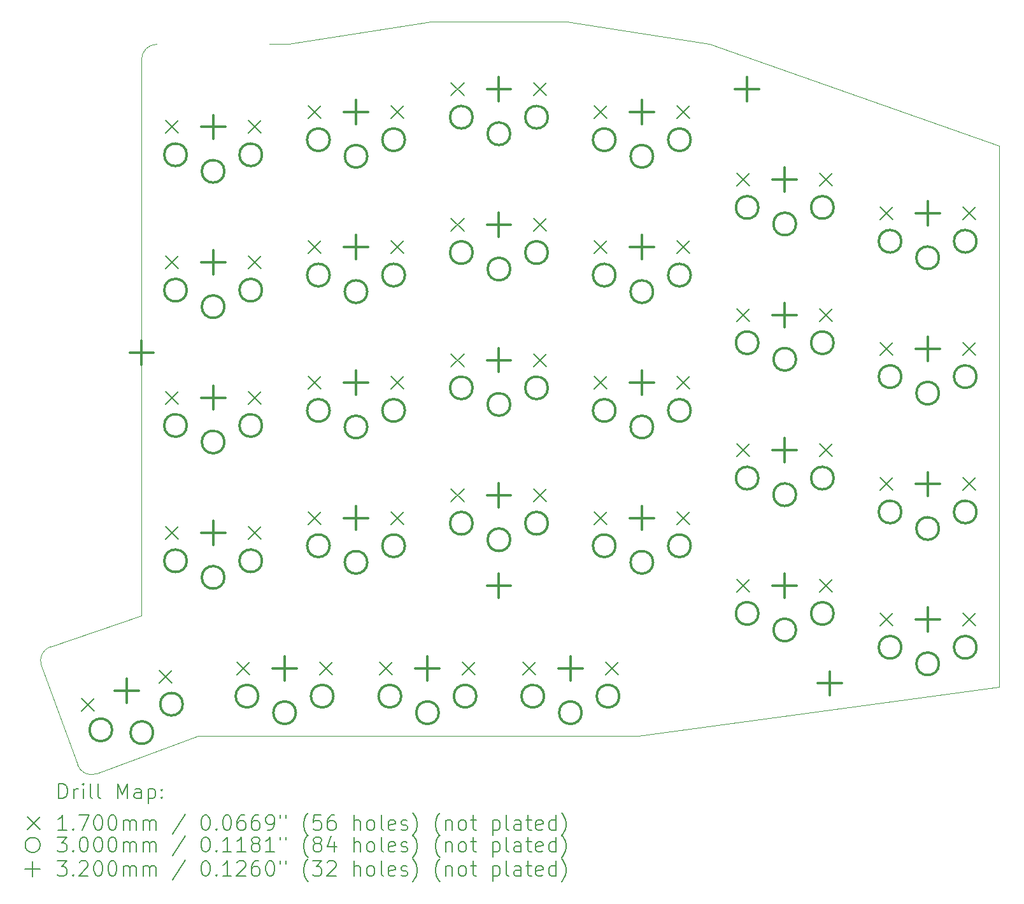
<source format=gbr>
%TF.GenerationSoftware,KiCad,Pcbnew,7.0.1-0*%
%TF.CreationDate,2023-04-06T16:29:40+08:00*%
%TF.ProjectId,Input,496e7075-742e-46b6-9963-61645f706362,2*%
%TF.SameCoordinates,PX7bfa480PY6052340*%
%TF.FileFunction,Drillmap*%
%TF.FilePolarity,Positive*%
%FSLAX45Y45*%
G04 Gerber Fmt 4.5, Leading zero omitted, Abs format (unit mm)*
G04 Created by KiCad (PCBNEW 7.0.1-0) date 2023-04-06 16:29:40*
%MOMM*%
%LPD*%
G01*
G04 APERTURE LIST*
%ADD10C,0.100000*%
%ADD11C,0.200000*%
%ADD12C,0.170000*%
%ADD13C,0.300000*%
%ADD14C,0.320000*%
G04 APERTURE END LIST*
D10*
X2900000Y5000000D02*
X1000000Y4700000D01*
X-2162589Y-3310789D02*
G75*
G03*
X-2282123Y-3567134I68409J-187941D01*
G01*
X6600000Y4700000D02*
X4700000Y5000000D01*
X-750000Y4700000D02*
X-750000Y4700000D01*
X-950000Y4500000D02*
X-950000Y-2900000D01*
X1000000Y4700000D02*
X750000Y4700000D01*
X5650000Y-4500000D02*
X10450000Y-3850000D01*
X-200000Y-4500000D02*
X5650000Y-4500000D01*
X-750000Y4700000D02*
G75*
G03*
X-950000Y4500000I0J-200000D01*
G01*
X-1803299Y-4882706D02*
G75*
G03*
X-1546952Y-5002239I187939J68406D01*
G01*
X-1546952Y-5002239D02*
X-200000Y-4500000D01*
X-2162588Y-3310792D02*
X-950000Y-2900000D01*
X10450000Y3350000D02*
X6600000Y4700000D01*
X4700000Y5000000D02*
X2900000Y5000000D01*
X10450000Y-3850000D02*
X10450000Y3350000D01*
X-2282123Y-3567134D02*
X-1803294Y-4882704D01*
D11*
D12*
X-1751831Y-4003111D02*
X-1581831Y-4173111D01*
X-1581831Y-4003111D02*
X-1751831Y-4173111D01*
X-718169Y-3626889D02*
X-548170Y-3796889D01*
X-548170Y-3626889D02*
X-718169Y-3796889D01*
X-635000Y3685000D02*
X-465000Y3515000D01*
X-465000Y3685000D02*
X-635000Y3515000D01*
X-635000Y1885000D02*
X-465000Y1715000D01*
X-465000Y1885000D02*
X-635000Y1715000D01*
X-635000Y85000D02*
X-465000Y-85000D01*
X-465000Y85000D02*
X-635000Y-85000D01*
X-635000Y-1715000D02*
X-465000Y-1885000D01*
X-465000Y-1715000D02*
X-635000Y-1885000D01*
X315000Y-3515000D02*
X485000Y-3685000D01*
X485000Y-3515000D02*
X315000Y-3685000D01*
X465000Y3685000D02*
X635000Y3515000D01*
X635000Y3685000D02*
X465000Y3515000D01*
X465000Y1885000D02*
X635000Y1715000D01*
X635000Y1885000D02*
X465000Y1715000D01*
X465000Y85000D02*
X635000Y-85000D01*
X635000Y85000D02*
X465000Y-85000D01*
X465000Y-1715000D02*
X635000Y-1885000D01*
X635000Y-1715000D02*
X465000Y-1885000D01*
X1265000Y3885000D02*
X1435000Y3715000D01*
X1435000Y3885000D02*
X1265000Y3715000D01*
X1265000Y2085000D02*
X1435000Y1915000D01*
X1435000Y2085000D02*
X1265000Y1915000D01*
X1265000Y285000D02*
X1435000Y115000D01*
X1435000Y285000D02*
X1265000Y115000D01*
X1265000Y-1515000D02*
X1435000Y-1685000D01*
X1435000Y-1515000D02*
X1265000Y-1685000D01*
X1415000Y-3515000D02*
X1585000Y-3685000D01*
X1585000Y-3515000D02*
X1415000Y-3685000D01*
X2215000Y-3515000D02*
X2385000Y-3685000D01*
X2385000Y-3515000D02*
X2215000Y-3685000D01*
X2365000Y3885000D02*
X2535000Y3715000D01*
X2535000Y3885000D02*
X2365000Y3715000D01*
X2365000Y2085000D02*
X2535000Y1915000D01*
X2535000Y2085000D02*
X2365000Y1915000D01*
X2365000Y285000D02*
X2535000Y115000D01*
X2535000Y285000D02*
X2365000Y115000D01*
X2365000Y-1515000D02*
X2535000Y-1685000D01*
X2535000Y-1515000D02*
X2365000Y-1685000D01*
X3165000Y4185000D02*
X3335000Y4015000D01*
X3335000Y4185000D02*
X3165000Y4015000D01*
X3165000Y2385000D02*
X3335000Y2215000D01*
X3335000Y2385000D02*
X3165000Y2215000D01*
X3165000Y585000D02*
X3335000Y415000D01*
X3335000Y585000D02*
X3165000Y415000D01*
X3165000Y-1215000D02*
X3335000Y-1385000D01*
X3335000Y-1215000D02*
X3165000Y-1385000D01*
X3315000Y-3515000D02*
X3485000Y-3685000D01*
X3485000Y-3515000D02*
X3315000Y-3685000D01*
X4115000Y-3515000D02*
X4285000Y-3685000D01*
X4285000Y-3515000D02*
X4115000Y-3685000D01*
X4265000Y4185000D02*
X4435000Y4015000D01*
X4435000Y4185000D02*
X4265000Y4015000D01*
X4265000Y2385000D02*
X4435000Y2215000D01*
X4435000Y2385000D02*
X4265000Y2215000D01*
X4265000Y585000D02*
X4435000Y415000D01*
X4435000Y585000D02*
X4265000Y415000D01*
X4265000Y-1215000D02*
X4435000Y-1385000D01*
X4435000Y-1215000D02*
X4265000Y-1385000D01*
X5065000Y3885000D02*
X5235000Y3715000D01*
X5235000Y3885000D02*
X5065000Y3715000D01*
X5065000Y2085000D02*
X5235000Y1915000D01*
X5235000Y2085000D02*
X5065000Y1915000D01*
X5065000Y285000D02*
X5235000Y115000D01*
X5235000Y285000D02*
X5065000Y115000D01*
X5065000Y-1515000D02*
X5235000Y-1685000D01*
X5235000Y-1515000D02*
X5065000Y-1685000D01*
X5215000Y-3515000D02*
X5385000Y-3685000D01*
X5385000Y-3515000D02*
X5215000Y-3685000D01*
X6165000Y3885000D02*
X6335000Y3715000D01*
X6335000Y3885000D02*
X6165000Y3715000D01*
X6165000Y2085000D02*
X6335000Y1915000D01*
X6335000Y2085000D02*
X6165000Y1915000D01*
X6165000Y285000D02*
X6335000Y115000D01*
X6335000Y285000D02*
X6165000Y115000D01*
X6165000Y-1515000D02*
X6335000Y-1685000D01*
X6335000Y-1515000D02*
X6165000Y-1685000D01*
X6965000Y2985000D02*
X7135000Y2815000D01*
X7135000Y2985000D02*
X6965000Y2815000D01*
X6965000Y1185000D02*
X7135000Y1015000D01*
X7135000Y1185000D02*
X6965000Y1015000D01*
X6965000Y-615000D02*
X7135000Y-785000D01*
X7135000Y-615000D02*
X6965000Y-785000D01*
X6965000Y-2415000D02*
X7135000Y-2585000D01*
X7135000Y-2415000D02*
X6965000Y-2585000D01*
X8065000Y2985000D02*
X8235000Y2815000D01*
X8235000Y2985000D02*
X8065000Y2815000D01*
X8065000Y1185000D02*
X8235000Y1015000D01*
X8235000Y1185000D02*
X8065000Y1015000D01*
X8065000Y-615000D02*
X8235000Y-785000D01*
X8235000Y-615000D02*
X8065000Y-785000D01*
X8065000Y-2415000D02*
X8235000Y-2585000D01*
X8235000Y-2415000D02*
X8065000Y-2585000D01*
X8865000Y2535000D02*
X9035000Y2365000D01*
X9035000Y2535000D02*
X8865000Y2365000D01*
X8865000Y735000D02*
X9035000Y565000D01*
X9035000Y735000D02*
X8865000Y565000D01*
X8865000Y-1065000D02*
X9035000Y-1235000D01*
X9035000Y-1065000D02*
X8865000Y-1235000D01*
X8865000Y-2865000D02*
X9035000Y-3035000D01*
X9035000Y-2865000D02*
X8865000Y-3035000D01*
X9965000Y2535000D02*
X10135000Y2365000D01*
X10135000Y2535000D02*
X9965000Y2365000D01*
X9965000Y735000D02*
X10135000Y565000D01*
X10135000Y735000D02*
X9965000Y565000D01*
X9965000Y-1065000D02*
X10135000Y-1235000D01*
X10135000Y-1065000D02*
X9965000Y-1235000D01*
X9965000Y-2865000D02*
X10135000Y-3035000D01*
X10135000Y-2865000D02*
X9965000Y-3035000D01*
D13*
X-1343299Y-4418696D02*
G75*
G03*
X-1343299Y-4418696I-150000J0D01*
G01*
X-798208Y-4454419D02*
G75*
G03*
X-798208Y-4454419I-150000J0D01*
G01*
X-403607Y-4076676D02*
G75*
G03*
X-403607Y-4076676I-150000J0D01*
G01*
X-350000Y3230000D02*
G75*
G03*
X-350000Y3230000I-150000J0D01*
G01*
X-350000Y1430000D02*
G75*
G03*
X-350000Y1430000I-150000J0D01*
G01*
X-350000Y-370000D02*
G75*
G03*
X-350000Y-370000I-150000J0D01*
G01*
X-350000Y-2170000D02*
G75*
G03*
X-350000Y-2170000I-150000J0D01*
G01*
X150000Y3010000D02*
G75*
G03*
X150000Y3010000I-150000J0D01*
G01*
X150000Y1210000D02*
G75*
G03*
X150000Y1210000I-150000J0D01*
G01*
X150000Y-590000D02*
G75*
G03*
X150000Y-590000I-150000J0D01*
G01*
X150000Y-2390000D02*
G75*
G03*
X150000Y-2390000I-150000J0D01*
G01*
X600000Y-3970000D02*
G75*
G03*
X600000Y-3970000I-150000J0D01*
G01*
X650000Y3230000D02*
G75*
G03*
X650000Y3230000I-150000J0D01*
G01*
X650000Y1430000D02*
G75*
G03*
X650000Y1430000I-150000J0D01*
G01*
X650000Y-370000D02*
G75*
G03*
X650000Y-370000I-150000J0D01*
G01*
X650000Y-2170000D02*
G75*
G03*
X650000Y-2170000I-150000J0D01*
G01*
X1100000Y-4190000D02*
G75*
G03*
X1100000Y-4190000I-150000J0D01*
G01*
X1550000Y3430000D02*
G75*
G03*
X1550000Y3430000I-150000J0D01*
G01*
X1550000Y1630000D02*
G75*
G03*
X1550000Y1630000I-150000J0D01*
G01*
X1550000Y-170000D02*
G75*
G03*
X1550000Y-170000I-150000J0D01*
G01*
X1550000Y-1970000D02*
G75*
G03*
X1550000Y-1970000I-150000J0D01*
G01*
X1600000Y-3970000D02*
G75*
G03*
X1600000Y-3970000I-150000J0D01*
G01*
X2050000Y3210000D02*
G75*
G03*
X2050000Y3210000I-150000J0D01*
G01*
X2050000Y1410000D02*
G75*
G03*
X2050000Y1410000I-150000J0D01*
G01*
X2050000Y-390000D02*
G75*
G03*
X2050000Y-390000I-150000J0D01*
G01*
X2050000Y-2190000D02*
G75*
G03*
X2050000Y-2190000I-150000J0D01*
G01*
X2500000Y-3970000D02*
G75*
G03*
X2500000Y-3970000I-150000J0D01*
G01*
X2550000Y3430000D02*
G75*
G03*
X2550000Y3430000I-150000J0D01*
G01*
X2550000Y1630000D02*
G75*
G03*
X2550000Y1630000I-150000J0D01*
G01*
X2550000Y-170000D02*
G75*
G03*
X2550000Y-170000I-150000J0D01*
G01*
X2550000Y-1970000D02*
G75*
G03*
X2550000Y-1970000I-150000J0D01*
G01*
X3000000Y-4190000D02*
G75*
G03*
X3000000Y-4190000I-150000J0D01*
G01*
X3450000Y3730000D02*
G75*
G03*
X3450000Y3730000I-150000J0D01*
G01*
X3450000Y1930000D02*
G75*
G03*
X3450000Y1930000I-150000J0D01*
G01*
X3450000Y130000D02*
G75*
G03*
X3450000Y130000I-150000J0D01*
G01*
X3450000Y-1670000D02*
G75*
G03*
X3450000Y-1670000I-150000J0D01*
G01*
X3500000Y-3970000D02*
G75*
G03*
X3500000Y-3970000I-150000J0D01*
G01*
X3950000Y3510000D02*
G75*
G03*
X3950000Y3510000I-150000J0D01*
G01*
X3950000Y1710000D02*
G75*
G03*
X3950000Y1710000I-150000J0D01*
G01*
X3950000Y-90000D02*
G75*
G03*
X3950000Y-90000I-150000J0D01*
G01*
X3950000Y-1890000D02*
G75*
G03*
X3950000Y-1890000I-150000J0D01*
G01*
X4400000Y-3970000D02*
G75*
G03*
X4400000Y-3970000I-150000J0D01*
G01*
X4450000Y3730000D02*
G75*
G03*
X4450000Y3730000I-150000J0D01*
G01*
X4450000Y1930000D02*
G75*
G03*
X4450000Y1930000I-150000J0D01*
G01*
X4450000Y130000D02*
G75*
G03*
X4450000Y130000I-150000J0D01*
G01*
X4450000Y-1670000D02*
G75*
G03*
X4450000Y-1670000I-150000J0D01*
G01*
X4900000Y-4190000D02*
G75*
G03*
X4900000Y-4190000I-150000J0D01*
G01*
X5350000Y3430000D02*
G75*
G03*
X5350000Y3430000I-150000J0D01*
G01*
X5350000Y1630000D02*
G75*
G03*
X5350000Y1630000I-150000J0D01*
G01*
X5350000Y-170000D02*
G75*
G03*
X5350000Y-170000I-150000J0D01*
G01*
X5350000Y-1970000D02*
G75*
G03*
X5350000Y-1970000I-150000J0D01*
G01*
X5400000Y-3970000D02*
G75*
G03*
X5400000Y-3970000I-150000J0D01*
G01*
X5850000Y3210000D02*
G75*
G03*
X5850000Y3210000I-150000J0D01*
G01*
X5850000Y1410000D02*
G75*
G03*
X5850000Y1410000I-150000J0D01*
G01*
X5850000Y-390000D02*
G75*
G03*
X5850000Y-390000I-150000J0D01*
G01*
X5850000Y-2190000D02*
G75*
G03*
X5850000Y-2190000I-150000J0D01*
G01*
X6350000Y3430000D02*
G75*
G03*
X6350000Y3430000I-150000J0D01*
G01*
X6350000Y1630000D02*
G75*
G03*
X6350000Y1630000I-150000J0D01*
G01*
X6350000Y-170000D02*
G75*
G03*
X6350000Y-170000I-150000J0D01*
G01*
X6350000Y-1970000D02*
G75*
G03*
X6350000Y-1970000I-150000J0D01*
G01*
X7250000Y2530000D02*
G75*
G03*
X7250000Y2530000I-150000J0D01*
G01*
X7250000Y730000D02*
G75*
G03*
X7250000Y730000I-150000J0D01*
G01*
X7250000Y-1070000D02*
G75*
G03*
X7250000Y-1070000I-150000J0D01*
G01*
X7250000Y-2870000D02*
G75*
G03*
X7250000Y-2870000I-150000J0D01*
G01*
X7750000Y2310000D02*
G75*
G03*
X7750000Y2310000I-150000J0D01*
G01*
X7750000Y510000D02*
G75*
G03*
X7750000Y510000I-150000J0D01*
G01*
X7750000Y-1290000D02*
G75*
G03*
X7750000Y-1290000I-150000J0D01*
G01*
X7750000Y-3090000D02*
G75*
G03*
X7750000Y-3090000I-150000J0D01*
G01*
X8250000Y2530000D02*
G75*
G03*
X8250000Y2530000I-150000J0D01*
G01*
X8250000Y730000D02*
G75*
G03*
X8250000Y730000I-150000J0D01*
G01*
X8250000Y-1070000D02*
G75*
G03*
X8250000Y-1070000I-150000J0D01*
G01*
X8250000Y-2870000D02*
G75*
G03*
X8250000Y-2870000I-150000J0D01*
G01*
X9150000Y2080000D02*
G75*
G03*
X9150000Y2080000I-150000J0D01*
G01*
X9150000Y280000D02*
G75*
G03*
X9150000Y280000I-150000J0D01*
G01*
X9150000Y-1520000D02*
G75*
G03*
X9150000Y-1520000I-150000J0D01*
G01*
X9150000Y-3320000D02*
G75*
G03*
X9150000Y-3320000I-150000J0D01*
G01*
X9650000Y1860000D02*
G75*
G03*
X9650000Y1860000I-150000J0D01*
G01*
X9650000Y60000D02*
G75*
G03*
X9650000Y60000I-150000J0D01*
G01*
X9650000Y-1740000D02*
G75*
G03*
X9650000Y-1740000I-150000J0D01*
G01*
X9650000Y-3540000D02*
G75*
G03*
X9650000Y-3540000I-150000J0D01*
G01*
X10150000Y2080000D02*
G75*
G03*
X10150000Y2080000I-150000J0D01*
G01*
X10150000Y280000D02*
G75*
G03*
X10150000Y280000I-150000J0D01*
G01*
X10150000Y-1520000D02*
G75*
G03*
X10150000Y-1520000I-150000J0D01*
G01*
X10150000Y-3320000D02*
G75*
G03*
X10150000Y-3320000I-150000J0D01*
G01*
D14*
X-1150000Y-3740000D02*
X-1150000Y-4060000D01*
X-1310000Y-3900000D02*
X-990000Y-3900000D01*
X-950000Y760000D02*
X-950000Y440000D01*
X-1110000Y600000D02*
X-790000Y600000D01*
X0Y3760000D02*
X0Y3440000D01*
X-160000Y3600000D02*
X160000Y3600000D01*
X0Y1960000D02*
X0Y1640000D01*
X-160000Y1800000D02*
X160000Y1800000D01*
X0Y160000D02*
X0Y-160000D01*
X-160000Y0D02*
X160000Y0D01*
X0Y-1640000D02*
X0Y-1960000D01*
X-160000Y-1800000D02*
X160000Y-1800000D01*
X950000Y-3440000D02*
X950000Y-3760000D01*
X790000Y-3600000D02*
X1110000Y-3600000D01*
X1900000Y3960000D02*
X1900000Y3640000D01*
X1740000Y3800000D02*
X2060000Y3800000D01*
X1900000Y2160000D02*
X1900000Y1840000D01*
X1740000Y2000000D02*
X2060000Y2000000D01*
X1900000Y360000D02*
X1900000Y40000D01*
X1740000Y200000D02*
X2060000Y200000D01*
X1900000Y-1440000D02*
X1900000Y-1760000D01*
X1740000Y-1600000D02*
X2060000Y-1600000D01*
X2850000Y-3440000D02*
X2850000Y-3760000D01*
X2690000Y-3600000D02*
X3010000Y-3600000D01*
X3800000Y4260000D02*
X3800000Y3940000D01*
X3640000Y4100000D02*
X3960000Y4100000D01*
X3800000Y2460000D02*
X3800000Y2140000D01*
X3640000Y2300000D02*
X3960000Y2300000D01*
X3800000Y660000D02*
X3800000Y340000D01*
X3640000Y500000D02*
X3960000Y500000D01*
X3800000Y-1140000D02*
X3800000Y-1460000D01*
X3640000Y-1300000D02*
X3960000Y-1300000D01*
X3800000Y-2340000D02*
X3800000Y-2660000D01*
X3640000Y-2500000D02*
X3960000Y-2500000D01*
X4750000Y-3440000D02*
X4750000Y-3760000D01*
X4590000Y-3600000D02*
X4910000Y-3600000D01*
X5700000Y3960000D02*
X5700000Y3640000D01*
X5540000Y3800000D02*
X5860000Y3800000D01*
X5700000Y2160000D02*
X5700000Y1840000D01*
X5540000Y2000000D02*
X5860000Y2000000D01*
X5700000Y360000D02*
X5700000Y40000D01*
X5540000Y200000D02*
X5860000Y200000D01*
X5700000Y-1440000D02*
X5700000Y-1760000D01*
X5540000Y-1600000D02*
X5860000Y-1600000D01*
X7100000Y4260000D02*
X7100000Y3940000D01*
X6940000Y4100000D02*
X7260000Y4100000D01*
X7600000Y3060000D02*
X7600000Y2740000D01*
X7440000Y2900000D02*
X7760000Y2900000D01*
X7600000Y1260000D02*
X7600000Y940000D01*
X7440000Y1100000D02*
X7760000Y1100000D01*
X7600000Y-540000D02*
X7600000Y-860000D01*
X7440000Y-700000D02*
X7760000Y-700000D01*
X7600000Y-2340000D02*
X7600000Y-2660000D01*
X7440000Y-2500000D02*
X7760000Y-2500000D01*
X8200000Y-3640000D02*
X8200000Y-3960000D01*
X8040000Y-3800000D02*
X8360000Y-3800000D01*
X9500000Y2610000D02*
X9500000Y2290000D01*
X9340000Y2450000D02*
X9660000Y2450000D01*
X9500000Y810000D02*
X9500000Y490000D01*
X9340000Y650000D02*
X9660000Y650000D01*
X9500000Y-990000D02*
X9500000Y-1310000D01*
X9340000Y-1150000D02*
X9660000Y-1150000D01*
X9500000Y-2790000D02*
X9500000Y-3110000D01*
X9340000Y-2950000D02*
X9660000Y-2950000D01*
D11*
X-2051565Y-5331825D02*
X-2051565Y-5131825D01*
X-2051565Y-5131825D02*
X-2003946Y-5131825D01*
X-2003946Y-5131825D02*
X-1975374Y-5141349D01*
X-1975374Y-5141349D02*
X-1956327Y-5160397D01*
X-1956327Y-5160397D02*
X-1946803Y-5179444D01*
X-1946803Y-5179444D02*
X-1937279Y-5217539D01*
X-1937279Y-5217539D02*
X-1937279Y-5246111D01*
X-1937279Y-5246111D02*
X-1946803Y-5284206D01*
X-1946803Y-5284206D02*
X-1956327Y-5303254D01*
X-1956327Y-5303254D02*
X-1975374Y-5322301D01*
X-1975374Y-5322301D02*
X-2003946Y-5331825D01*
X-2003946Y-5331825D02*
X-2051565Y-5331825D01*
X-1851565Y-5331825D02*
X-1851565Y-5198492D01*
X-1851565Y-5236587D02*
X-1842041Y-5217539D01*
X-1842041Y-5217539D02*
X-1832517Y-5208016D01*
X-1832517Y-5208016D02*
X-1813470Y-5198492D01*
X-1813470Y-5198492D02*
X-1794422Y-5198492D01*
X-1727755Y-5331825D02*
X-1727755Y-5198492D01*
X-1727755Y-5131825D02*
X-1737279Y-5141349D01*
X-1737279Y-5141349D02*
X-1727755Y-5150873D01*
X-1727755Y-5150873D02*
X-1718231Y-5141349D01*
X-1718231Y-5141349D02*
X-1727755Y-5131825D01*
X-1727755Y-5131825D02*
X-1727755Y-5150873D01*
X-1603946Y-5331825D02*
X-1622993Y-5322301D01*
X-1622993Y-5322301D02*
X-1632517Y-5303254D01*
X-1632517Y-5303254D02*
X-1632517Y-5131825D01*
X-1499184Y-5331825D02*
X-1518231Y-5322301D01*
X-1518231Y-5322301D02*
X-1527755Y-5303254D01*
X-1527755Y-5303254D02*
X-1527755Y-5131825D01*
X-1270612Y-5331825D02*
X-1270612Y-5131825D01*
X-1270612Y-5131825D02*
X-1203946Y-5274682D01*
X-1203946Y-5274682D02*
X-1137279Y-5131825D01*
X-1137279Y-5131825D02*
X-1137279Y-5331825D01*
X-956327Y-5331825D02*
X-956327Y-5227063D01*
X-956327Y-5227063D02*
X-965850Y-5208016D01*
X-965850Y-5208016D02*
X-984898Y-5198492D01*
X-984898Y-5198492D02*
X-1022993Y-5198492D01*
X-1022993Y-5198492D02*
X-1042041Y-5208016D01*
X-956327Y-5322301D02*
X-975374Y-5331825D01*
X-975374Y-5331825D02*
X-1022993Y-5331825D01*
X-1022993Y-5331825D02*
X-1042041Y-5322301D01*
X-1042041Y-5322301D02*
X-1051565Y-5303254D01*
X-1051565Y-5303254D02*
X-1051565Y-5284206D01*
X-1051565Y-5284206D02*
X-1042041Y-5265159D01*
X-1042041Y-5265159D02*
X-1022993Y-5255635D01*
X-1022993Y-5255635D02*
X-975374Y-5255635D01*
X-975374Y-5255635D02*
X-956327Y-5246111D01*
X-861089Y-5198492D02*
X-861089Y-5398492D01*
X-861089Y-5208016D02*
X-842041Y-5198492D01*
X-842041Y-5198492D02*
X-803946Y-5198492D01*
X-803946Y-5198492D02*
X-784898Y-5208016D01*
X-784898Y-5208016D02*
X-775374Y-5217539D01*
X-775374Y-5217539D02*
X-765850Y-5236587D01*
X-765850Y-5236587D02*
X-765850Y-5293730D01*
X-765850Y-5293730D02*
X-775374Y-5312778D01*
X-775374Y-5312778D02*
X-784898Y-5322301D01*
X-784898Y-5322301D02*
X-803946Y-5331825D01*
X-803946Y-5331825D02*
X-842041Y-5331825D01*
X-842041Y-5331825D02*
X-861089Y-5322301D01*
X-680136Y-5312778D02*
X-670612Y-5322301D01*
X-670612Y-5322301D02*
X-680136Y-5331825D01*
X-680136Y-5331825D02*
X-689660Y-5322301D01*
X-689660Y-5322301D02*
X-680136Y-5312778D01*
X-680136Y-5312778D02*
X-680136Y-5331825D01*
X-680136Y-5208016D02*
X-670612Y-5217539D01*
X-670612Y-5217539D02*
X-680136Y-5227063D01*
X-680136Y-5227063D02*
X-689660Y-5217539D01*
X-689660Y-5217539D02*
X-680136Y-5208016D01*
X-680136Y-5208016D02*
X-680136Y-5227063D01*
D12*
X-2469184Y-5574301D02*
X-2299184Y-5744301D01*
X-2299184Y-5574301D02*
X-2469184Y-5744301D01*
D11*
X-1946803Y-5751825D02*
X-2061089Y-5751825D01*
X-2003946Y-5751825D02*
X-2003946Y-5551825D01*
X-2003946Y-5551825D02*
X-2022993Y-5580397D01*
X-2022993Y-5580397D02*
X-2042041Y-5599444D01*
X-2042041Y-5599444D02*
X-2061089Y-5608968D01*
X-1861089Y-5732777D02*
X-1851565Y-5742301D01*
X-1851565Y-5742301D02*
X-1861089Y-5751825D01*
X-1861089Y-5751825D02*
X-1870612Y-5742301D01*
X-1870612Y-5742301D02*
X-1861089Y-5732777D01*
X-1861089Y-5732777D02*
X-1861089Y-5751825D01*
X-1784898Y-5551825D02*
X-1651565Y-5551825D01*
X-1651565Y-5551825D02*
X-1737279Y-5751825D01*
X-1537279Y-5551825D02*
X-1518231Y-5551825D01*
X-1518231Y-5551825D02*
X-1499184Y-5561349D01*
X-1499184Y-5561349D02*
X-1489660Y-5570873D01*
X-1489660Y-5570873D02*
X-1480136Y-5589920D01*
X-1480136Y-5589920D02*
X-1470612Y-5628016D01*
X-1470612Y-5628016D02*
X-1470612Y-5675635D01*
X-1470612Y-5675635D02*
X-1480136Y-5713730D01*
X-1480136Y-5713730D02*
X-1489660Y-5732777D01*
X-1489660Y-5732777D02*
X-1499184Y-5742301D01*
X-1499184Y-5742301D02*
X-1518231Y-5751825D01*
X-1518231Y-5751825D02*
X-1537279Y-5751825D01*
X-1537279Y-5751825D02*
X-1556327Y-5742301D01*
X-1556327Y-5742301D02*
X-1565850Y-5732777D01*
X-1565850Y-5732777D02*
X-1575374Y-5713730D01*
X-1575374Y-5713730D02*
X-1584898Y-5675635D01*
X-1584898Y-5675635D02*
X-1584898Y-5628016D01*
X-1584898Y-5628016D02*
X-1575374Y-5589920D01*
X-1575374Y-5589920D02*
X-1565850Y-5570873D01*
X-1565850Y-5570873D02*
X-1556327Y-5561349D01*
X-1556327Y-5561349D02*
X-1537279Y-5551825D01*
X-1346803Y-5551825D02*
X-1327755Y-5551825D01*
X-1327755Y-5551825D02*
X-1308708Y-5561349D01*
X-1308708Y-5561349D02*
X-1299184Y-5570873D01*
X-1299184Y-5570873D02*
X-1289660Y-5589920D01*
X-1289660Y-5589920D02*
X-1280136Y-5628016D01*
X-1280136Y-5628016D02*
X-1280136Y-5675635D01*
X-1280136Y-5675635D02*
X-1289660Y-5713730D01*
X-1289660Y-5713730D02*
X-1299184Y-5732777D01*
X-1299184Y-5732777D02*
X-1308708Y-5742301D01*
X-1308708Y-5742301D02*
X-1327755Y-5751825D01*
X-1327755Y-5751825D02*
X-1346803Y-5751825D01*
X-1346803Y-5751825D02*
X-1365851Y-5742301D01*
X-1365851Y-5742301D02*
X-1375374Y-5732777D01*
X-1375374Y-5732777D02*
X-1384898Y-5713730D01*
X-1384898Y-5713730D02*
X-1394422Y-5675635D01*
X-1394422Y-5675635D02*
X-1394422Y-5628016D01*
X-1394422Y-5628016D02*
X-1384898Y-5589920D01*
X-1384898Y-5589920D02*
X-1375374Y-5570873D01*
X-1375374Y-5570873D02*
X-1365851Y-5561349D01*
X-1365851Y-5561349D02*
X-1346803Y-5551825D01*
X-1194422Y-5751825D02*
X-1194422Y-5618492D01*
X-1194422Y-5637539D02*
X-1184898Y-5628016D01*
X-1184898Y-5628016D02*
X-1165851Y-5618492D01*
X-1165851Y-5618492D02*
X-1137279Y-5618492D01*
X-1137279Y-5618492D02*
X-1118231Y-5628016D01*
X-1118231Y-5628016D02*
X-1108708Y-5647063D01*
X-1108708Y-5647063D02*
X-1108708Y-5751825D01*
X-1108708Y-5647063D02*
X-1099184Y-5628016D01*
X-1099184Y-5628016D02*
X-1080136Y-5618492D01*
X-1080136Y-5618492D02*
X-1051565Y-5618492D01*
X-1051565Y-5618492D02*
X-1032517Y-5628016D01*
X-1032517Y-5628016D02*
X-1022993Y-5647063D01*
X-1022993Y-5647063D02*
X-1022993Y-5751825D01*
X-927755Y-5751825D02*
X-927755Y-5618492D01*
X-927755Y-5637539D02*
X-918231Y-5628016D01*
X-918231Y-5628016D02*
X-899184Y-5618492D01*
X-899184Y-5618492D02*
X-870612Y-5618492D01*
X-870612Y-5618492D02*
X-851565Y-5628016D01*
X-851565Y-5628016D02*
X-842041Y-5647063D01*
X-842041Y-5647063D02*
X-842041Y-5751825D01*
X-842041Y-5647063D02*
X-832517Y-5628016D01*
X-832517Y-5628016D02*
X-813469Y-5618492D01*
X-813469Y-5618492D02*
X-784898Y-5618492D01*
X-784898Y-5618492D02*
X-765850Y-5628016D01*
X-765850Y-5628016D02*
X-756327Y-5647063D01*
X-756327Y-5647063D02*
X-756327Y-5751825D01*
X-365850Y-5542301D02*
X-537279Y-5799444D01*
X-108707Y-5551825D02*
X-89660Y-5551825D01*
X-89660Y-5551825D02*
X-70612Y-5561349D01*
X-70612Y-5561349D02*
X-61088Y-5570873D01*
X-61088Y-5570873D02*
X-51565Y-5589920D01*
X-51565Y-5589920D02*
X-42041Y-5628016D01*
X-42041Y-5628016D02*
X-42041Y-5675635D01*
X-42041Y-5675635D02*
X-51565Y-5713730D01*
X-51565Y-5713730D02*
X-61088Y-5732777D01*
X-61088Y-5732777D02*
X-70612Y-5742301D01*
X-70612Y-5742301D02*
X-89660Y-5751825D01*
X-89660Y-5751825D02*
X-108707Y-5751825D01*
X-108707Y-5751825D02*
X-127755Y-5742301D01*
X-127755Y-5742301D02*
X-137279Y-5732777D01*
X-137279Y-5732777D02*
X-146803Y-5713730D01*
X-146803Y-5713730D02*
X-156327Y-5675635D01*
X-156327Y-5675635D02*
X-156327Y-5628016D01*
X-156327Y-5628016D02*
X-146803Y-5589920D01*
X-146803Y-5589920D02*
X-137279Y-5570873D01*
X-137279Y-5570873D02*
X-127755Y-5561349D01*
X-127755Y-5561349D02*
X-108707Y-5551825D01*
X43674Y-5732777D02*
X53197Y-5742301D01*
X53197Y-5742301D02*
X43674Y-5751825D01*
X43674Y-5751825D02*
X34150Y-5742301D01*
X34150Y-5742301D02*
X43674Y-5732777D01*
X43674Y-5732777D02*
X43674Y-5751825D01*
X177007Y-5551825D02*
X196054Y-5551825D01*
X196054Y-5551825D02*
X215102Y-5561349D01*
X215102Y-5561349D02*
X224626Y-5570873D01*
X224626Y-5570873D02*
X234150Y-5589920D01*
X234150Y-5589920D02*
X243673Y-5628016D01*
X243673Y-5628016D02*
X243673Y-5675635D01*
X243673Y-5675635D02*
X234150Y-5713730D01*
X234150Y-5713730D02*
X224626Y-5732777D01*
X224626Y-5732777D02*
X215102Y-5742301D01*
X215102Y-5742301D02*
X196054Y-5751825D01*
X196054Y-5751825D02*
X177007Y-5751825D01*
X177007Y-5751825D02*
X157959Y-5742301D01*
X157959Y-5742301D02*
X148435Y-5732777D01*
X148435Y-5732777D02*
X138912Y-5713730D01*
X138912Y-5713730D02*
X129388Y-5675635D01*
X129388Y-5675635D02*
X129388Y-5628016D01*
X129388Y-5628016D02*
X138912Y-5589920D01*
X138912Y-5589920D02*
X148435Y-5570873D01*
X148435Y-5570873D02*
X157959Y-5561349D01*
X157959Y-5561349D02*
X177007Y-5551825D01*
X415102Y-5551825D02*
X377007Y-5551825D01*
X377007Y-5551825D02*
X357959Y-5561349D01*
X357959Y-5561349D02*
X348435Y-5570873D01*
X348435Y-5570873D02*
X329388Y-5599444D01*
X329388Y-5599444D02*
X319864Y-5637539D01*
X319864Y-5637539D02*
X319864Y-5713730D01*
X319864Y-5713730D02*
X329388Y-5732777D01*
X329388Y-5732777D02*
X338912Y-5742301D01*
X338912Y-5742301D02*
X357959Y-5751825D01*
X357959Y-5751825D02*
X396054Y-5751825D01*
X396054Y-5751825D02*
X415102Y-5742301D01*
X415102Y-5742301D02*
X424626Y-5732777D01*
X424626Y-5732777D02*
X434150Y-5713730D01*
X434150Y-5713730D02*
X434150Y-5666111D01*
X434150Y-5666111D02*
X424626Y-5647063D01*
X424626Y-5647063D02*
X415102Y-5637539D01*
X415102Y-5637539D02*
X396054Y-5628016D01*
X396054Y-5628016D02*
X357959Y-5628016D01*
X357959Y-5628016D02*
X338912Y-5637539D01*
X338912Y-5637539D02*
X329388Y-5647063D01*
X329388Y-5647063D02*
X319864Y-5666111D01*
X605578Y-5551825D02*
X567483Y-5551825D01*
X567483Y-5551825D02*
X548435Y-5561349D01*
X548435Y-5561349D02*
X538912Y-5570873D01*
X538912Y-5570873D02*
X519864Y-5599444D01*
X519864Y-5599444D02*
X510340Y-5637539D01*
X510340Y-5637539D02*
X510340Y-5713730D01*
X510340Y-5713730D02*
X519864Y-5732777D01*
X519864Y-5732777D02*
X529388Y-5742301D01*
X529388Y-5742301D02*
X548435Y-5751825D01*
X548435Y-5751825D02*
X586531Y-5751825D01*
X586531Y-5751825D02*
X605578Y-5742301D01*
X605578Y-5742301D02*
X615102Y-5732777D01*
X615102Y-5732777D02*
X624626Y-5713730D01*
X624626Y-5713730D02*
X624626Y-5666111D01*
X624626Y-5666111D02*
X615102Y-5647063D01*
X615102Y-5647063D02*
X605578Y-5637539D01*
X605578Y-5637539D02*
X586531Y-5628016D01*
X586531Y-5628016D02*
X548435Y-5628016D01*
X548435Y-5628016D02*
X529388Y-5637539D01*
X529388Y-5637539D02*
X519864Y-5647063D01*
X519864Y-5647063D02*
X510340Y-5666111D01*
X719864Y-5751825D02*
X757959Y-5751825D01*
X757959Y-5751825D02*
X777007Y-5742301D01*
X777007Y-5742301D02*
X786531Y-5732777D01*
X786531Y-5732777D02*
X805578Y-5704206D01*
X805578Y-5704206D02*
X815102Y-5666111D01*
X815102Y-5666111D02*
X815102Y-5589920D01*
X815102Y-5589920D02*
X805578Y-5570873D01*
X805578Y-5570873D02*
X796054Y-5561349D01*
X796054Y-5561349D02*
X777007Y-5551825D01*
X777007Y-5551825D02*
X738912Y-5551825D01*
X738912Y-5551825D02*
X719864Y-5561349D01*
X719864Y-5561349D02*
X710340Y-5570873D01*
X710340Y-5570873D02*
X700816Y-5589920D01*
X700816Y-5589920D02*
X700816Y-5637539D01*
X700816Y-5637539D02*
X710340Y-5656587D01*
X710340Y-5656587D02*
X719864Y-5666111D01*
X719864Y-5666111D02*
X738912Y-5675635D01*
X738912Y-5675635D02*
X777007Y-5675635D01*
X777007Y-5675635D02*
X796054Y-5666111D01*
X796054Y-5666111D02*
X805578Y-5656587D01*
X805578Y-5656587D02*
X815102Y-5637539D01*
X891293Y-5551825D02*
X891293Y-5589920D01*
X967483Y-5551825D02*
X967483Y-5589920D01*
X1262721Y-5828016D02*
X1253197Y-5818492D01*
X1253197Y-5818492D02*
X1234150Y-5789920D01*
X1234150Y-5789920D02*
X1224626Y-5770873D01*
X1224626Y-5770873D02*
X1215102Y-5742301D01*
X1215102Y-5742301D02*
X1205578Y-5694682D01*
X1205578Y-5694682D02*
X1205578Y-5656587D01*
X1205578Y-5656587D02*
X1215102Y-5608968D01*
X1215102Y-5608968D02*
X1224626Y-5580397D01*
X1224626Y-5580397D02*
X1234150Y-5561349D01*
X1234150Y-5561349D02*
X1253197Y-5532778D01*
X1253197Y-5532778D02*
X1262721Y-5523254D01*
X1434150Y-5551825D02*
X1338912Y-5551825D01*
X1338912Y-5551825D02*
X1329388Y-5647063D01*
X1329388Y-5647063D02*
X1338912Y-5637539D01*
X1338912Y-5637539D02*
X1357959Y-5628016D01*
X1357959Y-5628016D02*
X1405578Y-5628016D01*
X1405578Y-5628016D02*
X1424626Y-5637539D01*
X1424626Y-5637539D02*
X1434150Y-5647063D01*
X1434150Y-5647063D02*
X1443674Y-5666111D01*
X1443674Y-5666111D02*
X1443674Y-5713730D01*
X1443674Y-5713730D02*
X1434150Y-5732777D01*
X1434150Y-5732777D02*
X1424626Y-5742301D01*
X1424626Y-5742301D02*
X1405578Y-5751825D01*
X1405578Y-5751825D02*
X1357959Y-5751825D01*
X1357959Y-5751825D02*
X1338912Y-5742301D01*
X1338912Y-5742301D02*
X1329388Y-5732777D01*
X1615102Y-5551825D02*
X1577007Y-5551825D01*
X1577007Y-5551825D02*
X1557959Y-5561349D01*
X1557959Y-5561349D02*
X1548435Y-5570873D01*
X1548435Y-5570873D02*
X1529388Y-5599444D01*
X1529388Y-5599444D02*
X1519864Y-5637539D01*
X1519864Y-5637539D02*
X1519864Y-5713730D01*
X1519864Y-5713730D02*
X1529388Y-5732777D01*
X1529388Y-5732777D02*
X1538912Y-5742301D01*
X1538912Y-5742301D02*
X1557959Y-5751825D01*
X1557959Y-5751825D02*
X1596055Y-5751825D01*
X1596055Y-5751825D02*
X1615102Y-5742301D01*
X1615102Y-5742301D02*
X1624626Y-5732777D01*
X1624626Y-5732777D02*
X1634150Y-5713730D01*
X1634150Y-5713730D02*
X1634150Y-5666111D01*
X1634150Y-5666111D02*
X1624626Y-5647063D01*
X1624626Y-5647063D02*
X1615102Y-5637539D01*
X1615102Y-5637539D02*
X1596055Y-5628016D01*
X1596055Y-5628016D02*
X1557959Y-5628016D01*
X1557959Y-5628016D02*
X1538912Y-5637539D01*
X1538912Y-5637539D02*
X1529388Y-5647063D01*
X1529388Y-5647063D02*
X1519864Y-5666111D01*
X1872245Y-5751825D02*
X1872245Y-5551825D01*
X1957959Y-5751825D02*
X1957959Y-5647063D01*
X1957959Y-5647063D02*
X1948436Y-5628016D01*
X1948436Y-5628016D02*
X1929388Y-5618492D01*
X1929388Y-5618492D02*
X1900816Y-5618492D01*
X1900816Y-5618492D02*
X1881769Y-5628016D01*
X1881769Y-5628016D02*
X1872245Y-5637539D01*
X2081769Y-5751825D02*
X2062721Y-5742301D01*
X2062721Y-5742301D02*
X2053197Y-5732777D01*
X2053197Y-5732777D02*
X2043674Y-5713730D01*
X2043674Y-5713730D02*
X2043674Y-5656587D01*
X2043674Y-5656587D02*
X2053197Y-5637539D01*
X2053197Y-5637539D02*
X2062721Y-5628016D01*
X2062721Y-5628016D02*
X2081769Y-5618492D01*
X2081769Y-5618492D02*
X2110340Y-5618492D01*
X2110340Y-5618492D02*
X2129388Y-5628016D01*
X2129388Y-5628016D02*
X2138912Y-5637539D01*
X2138912Y-5637539D02*
X2148436Y-5656587D01*
X2148436Y-5656587D02*
X2148436Y-5713730D01*
X2148436Y-5713730D02*
X2138912Y-5732777D01*
X2138912Y-5732777D02*
X2129388Y-5742301D01*
X2129388Y-5742301D02*
X2110340Y-5751825D01*
X2110340Y-5751825D02*
X2081769Y-5751825D01*
X2262721Y-5751825D02*
X2243674Y-5742301D01*
X2243674Y-5742301D02*
X2234150Y-5723254D01*
X2234150Y-5723254D02*
X2234150Y-5551825D01*
X2415102Y-5742301D02*
X2396055Y-5751825D01*
X2396055Y-5751825D02*
X2357959Y-5751825D01*
X2357959Y-5751825D02*
X2338912Y-5742301D01*
X2338912Y-5742301D02*
X2329388Y-5723254D01*
X2329388Y-5723254D02*
X2329388Y-5647063D01*
X2329388Y-5647063D02*
X2338912Y-5628016D01*
X2338912Y-5628016D02*
X2357959Y-5618492D01*
X2357959Y-5618492D02*
X2396055Y-5618492D01*
X2396055Y-5618492D02*
X2415102Y-5628016D01*
X2415102Y-5628016D02*
X2424626Y-5647063D01*
X2424626Y-5647063D02*
X2424626Y-5666111D01*
X2424626Y-5666111D02*
X2329388Y-5685158D01*
X2500817Y-5742301D02*
X2519864Y-5751825D01*
X2519864Y-5751825D02*
X2557959Y-5751825D01*
X2557959Y-5751825D02*
X2577007Y-5742301D01*
X2577007Y-5742301D02*
X2586531Y-5723254D01*
X2586531Y-5723254D02*
X2586531Y-5713730D01*
X2586531Y-5713730D02*
X2577007Y-5694682D01*
X2577007Y-5694682D02*
X2557959Y-5685158D01*
X2557959Y-5685158D02*
X2529388Y-5685158D01*
X2529388Y-5685158D02*
X2510340Y-5675635D01*
X2510340Y-5675635D02*
X2500817Y-5656587D01*
X2500817Y-5656587D02*
X2500817Y-5647063D01*
X2500817Y-5647063D02*
X2510340Y-5628016D01*
X2510340Y-5628016D02*
X2529388Y-5618492D01*
X2529388Y-5618492D02*
X2557959Y-5618492D01*
X2557959Y-5618492D02*
X2577007Y-5628016D01*
X2653198Y-5828016D02*
X2662721Y-5818492D01*
X2662721Y-5818492D02*
X2681769Y-5789920D01*
X2681769Y-5789920D02*
X2691293Y-5770873D01*
X2691293Y-5770873D02*
X2700817Y-5742301D01*
X2700817Y-5742301D02*
X2710340Y-5694682D01*
X2710340Y-5694682D02*
X2710340Y-5656587D01*
X2710340Y-5656587D02*
X2700817Y-5608968D01*
X2700817Y-5608968D02*
X2691293Y-5580397D01*
X2691293Y-5580397D02*
X2681769Y-5561349D01*
X2681769Y-5561349D02*
X2662721Y-5532778D01*
X2662721Y-5532778D02*
X2653198Y-5523254D01*
X3015102Y-5828016D02*
X3005578Y-5818492D01*
X3005578Y-5818492D02*
X2986531Y-5789920D01*
X2986531Y-5789920D02*
X2977007Y-5770873D01*
X2977007Y-5770873D02*
X2967483Y-5742301D01*
X2967483Y-5742301D02*
X2957959Y-5694682D01*
X2957959Y-5694682D02*
X2957959Y-5656587D01*
X2957959Y-5656587D02*
X2967483Y-5608968D01*
X2967483Y-5608968D02*
X2977007Y-5580397D01*
X2977007Y-5580397D02*
X2986531Y-5561349D01*
X2986531Y-5561349D02*
X3005578Y-5532778D01*
X3005578Y-5532778D02*
X3015102Y-5523254D01*
X3091293Y-5618492D02*
X3091293Y-5751825D01*
X3091293Y-5637539D02*
X3100817Y-5628016D01*
X3100817Y-5628016D02*
X3119864Y-5618492D01*
X3119864Y-5618492D02*
X3148436Y-5618492D01*
X3148436Y-5618492D02*
X3167483Y-5628016D01*
X3167483Y-5628016D02*
X3177007Y-5647063D01*
X3177007Y-5647063D02*
X3177007Y-5751825D01*
X3300817Y-5751825D02*
X3281769Y-5742301D01*
X3281769Y-5742301D02*
X3272245Y-5732777D01*
X3272245Y-5732777D02*
X3262721Y-5713730D01*
X3262721Y-5713730D02*
X3262721Y-5656587D01*
X3262721Y-5656587D02*
X3272245Y-5637539D01*
X3272245Y-5637539D02*
X3281769Y-5628016D01*
X3281769Y-5628016D02*
X3300817Y-5618492D01*
X3300817Y-5618492D02*
X3329388Y-5618492D01*
X3329388Y-5618492D02*
X3348436Y-5628016D01*
X3348436Y-5628016D02*
X3357959Y-5637539D01*
X3357959Y-5637539D02*
X3367483Y-5656587D01*
X3367483Y-5656587D02*
X3367483Y-5713730D01*
X3367483Y-5713730D02*
X3357959Y-5732777D01*
X3357959Y-5732777D02*
X3348436Y-5742301D01*
X3348436Y-5742301D02*
X3329388Y-5751825D01*
X3329388Y-5751825D02*
X3300817Y-5751825D01*
X3424626Y-5618492D02*
X3500817Y-5618492D01*
X3453198Y-5551825D02*
X3453198Y-5723254D01*
X3453198Y-5723254D02*
X3462721Y-5742301D01*
X3462721Y-5742301D02*
X3481769Y-5751825D01*
X3481769Y-5751825D02*
X3500817Y-5751825D01*
X3719864Y-5618492D02*
X3719864Y-5818492D01*
X3719864Y-5628016D02*
X3738912Y-5618492D01*
X3738912Y-5618492D02*
X3777007Y-5618492D01*
X3777007Y-5618492D02*
X3796055Y-5628016D01*
X3796055Y-5628016D02*
X3805579Y-5637539D01*
X3805579Y-5637539D02*
X3815102Y-5656587D01*
X3815102Y-5656587D02*
X3815102Y-5713730D01*
X3815102Y-5713730D02*
X3805579Y-5732777D01*
X3805579Y-5732777D02*
X3796055Y-5742301D01*
X3796055Y-5742301D02*
X3777007Y-5751825D01*
X3777007Y-5751825D02*
X3738912Y-5751825D01*
X3738912Y-5751825D02*
X3719864Y-5742301D01*
X3929388Y-5751825D02*
X3910340Y-5742301D01*
X3910340Y-5742301D02*
X3900817Y-5723254D01*
X3900817Y-5723254D02*
X3900817Y-5551825D01*
X4091293Y-5751825D02*
X4091293Y-5647063D01*
X4091293Y-5647063D02*
X4081769Y-5628016D01*
X4081769Y-5628016D02*
X4062721Y-5618492D01*
X4062721Y-5618492D02*
X4024626Y-5618492D01*
X4024626Y-5618492D02*
X4005579Y-5628016D01*
X4091293Y-5742301D02*
X4072245Y-5751825D01*
X4072245Y-5751825D02*
X4024626Y-5751825D01*
X4024626Y-5751825D02*
X4005579Y-5742301D01*
X4005579Y-5742301D02*
X3996055Y-5723254D01*
X3996055Y-5723254D02*
X3996055Y-5704206D01*
X3996055Y-5704206D02*
X4005579Y-5685158D01*
X4005579Y-5685158D02*
X4024626Y-5675635D01*
X4024626Y-5675635D02*
X4072245Y-5675635D01*
X4072245Y-5675635D02*
X4091293Y-5666111D01*
X4157960Y-5618492D02*
X4234150Y-5618492D01*
X4186531Y-5551825D02*
X4186531Y-5723254D01*
X4186531Y-5723254D02*
X4196055Y-5742301D01*
X4196055Y-5742301D02*
X4215102Y-5751825D01*
X4215102Y-5751825D02*
X4234150Y-5751825D01*
X4377007Y-5742301D02*
X4357960Y-5751825D01*
X4357960Y-5751825D02*
X4319864Y-5751825D01*
X4319864Y-5751825D02*
X4300817Y-5742301D01*
X4300817Y-5742301D02*
X4291293Y-5723254D01*
X4291293Y-5723254D02*
X4291293Y-5647063D01*
X4291293Y-5647063D02*
X4300817Y-5628016D01*
X4300817Y-5628016D02*
X4319864Y-5618492D01*
X4319864Y-5618492D02*
X4357960Y-5618492D01*
X4357960Y-5618492D02*
X4377007Y-5628016D01*
X4377007Y-5628016D02*
X4386531Y-5647063D01*
X4386531Y-5647063D02*
X4386531Y-5666111D01*
X4386531Y-5666111D02*
X4291293Y-5685158D01*
X4557960Y-5751825D02*
X4557960Y-5551825D01*
X4557960Y-5742301D02*
X4538912Y-5751825D01*
X4538912Y-5751825D02*
X4500817Y-5751825D01*
X4500817Y-5751825D02*
X4481769Y-5742301D01*
X4481769Y-5742301D02*
X4472245Y-5732777D01*
X4472245Y-5732777D02*
X4462722Y-5713730D01*
X4462722Y-5713730D02*
X4462722Y-5656587D01*
X4462722Y-5656587D02*
X4472245Y-5637539D01*
X4472245Y-5637539D02*
X4481769Y-5628016D01*
X4481769Y-5628016D02*
X4500817Y-5618492D01*
X4500817Y-5618492D02*
X4538912Y-5618492D01*
X4538912Y-5618492D02*
X4557960Y-5628016D01*
X4634150Y-5828016D02*
X4643674Y-5818492D01*
X4643674Y-5818492D02*
X4662722Y-5789920D01*
X4662722Y-5789920D02*
X4672245Y-5770873D01*
X4672245Y-5770873D02*
X4681769Y-5742301D01*
X4681769Y-5742301D02*
X4691293Y-5694682D01*
X4691293Y-5694682D02*
X4691293Y-5656587D01*
X4691293Y-5656587D02*
X4681769Y-5608968D01*
X4681769Y-5608968D02*
X4672245Y-5580397D01*
X4672245Y-5580397D02*
X4662722Y-5561349D01*
X4662722Y-5561349D02*
X4643674Y-5532778D01*
X4643674Y-5532778D02*
X4634150Y-5523254D01*
X-2299184Y-5949301D02*
G75*
G03*
X-2299184Y-5949301I-100000J0D01*
G01*
X-2070612Y-5841825D02*
X-1946803Y-5841825D01*
X-1946803Y-5841825D02*
X-2013470Y-5918016D01*
X-2013470Y-5918016D02*
X-1984898Y-5918016D01*
X-1984898Y-5918016D02*
X-1965850Y-5927539D01*
X-1965850Y-5927539D02*
X-1956327Y-5937063D01*
X-1956327Y-5937063D02*
X-1946803Y-5956111D01*
X-1946803Y-5956111D02*
X-1946803Y-6003730D01*
X-1946803Y-6003730D02*
X-1956327Y-6022777D01*
X-1956327Y-6022777D02*
X-1965850Y-6032301D01*
X-1965850Y-6032301D02*
X-1984898Y-6041825D01*
X-1984898Y-6041825D02*
X-2042041Y-6041825D01*
X-2042041Y-6041825D02*
X-2061089Y-6032301D01*
X-2061089Y-6032301D02*
X-2070612Y-6022777D01*
X-1861089Y-6022777D02*
X-1851565Y-6032301D01*
X-1851565Y-6032301D02*
X-1861089Y-6041825D01*
X-1861089Y-6041825D02*
X-1870612Y-6032301D01*
X-1870612Y-6032301D02*
X-1861089Y-6022777D01*
X-1861089Y-6022777D02*
X-1861089Y-6041825D01*
X-1727755Y-5841825D02*
X-1708708Y-5841825D01*
X-1708708Y-5841825D02*
X-1689660Y-5851349D01*
X-1689660Y-5851349D02*
X-1680136Y-5860873D01*
X-1680136Y-5860873D02*
X-1670612Y-5879920D01*
X-1670612Y-5879920D02*
X-1661089Y-5918016D01*
X-1661089Y-5918016D02*
X-1661089Y-5965635D01*
X-1661089Y-5965635D02*
X-1670612Y-6003730D01*
X-1670612Y-6003730D02*
X-1680136Y-6022777D01*
X-1680136Y-6022777D02*
X-1689660Y-6032301D01*
X-1689660Y-6032301D02*
X-1708708Y-6041825D01*
X-1708708Y-6041825D02*
X-1727755Y-6041825D01*
X-1727755Y-6041825D02*
X-1746803Y-6032301D01*
X-1746803Y-6032301D02*
X-1756327Y-6022777D01*
X-1756327Y-6022777D02*
X-1765850Y-6003730D01*
X-1765850Y-6003730D02*
X-1775374Y-5965635D01*
X-1775374Y-5965635D02*
X-1775374Y-5918016D01*
X-1775374Y-5918016D02*
X-1765850Y-5879920D01*
X-1765850Y-5879920D02*
X-1756327Y-5860873D01*
X-1756327Y-5860873D02*
X-1746803Y-5851349D01*
X-1746803Y-5851349D02*
X-1727755Y-5841825D01*
X-1537279Y-5841825D02*
X-1518231Y-5841825D01*
X-1518231Y-5841825D02*
X-1499184Y-5851349D01*
X-1499184Y-5851349D02*
X-1489660Y-5860873D01*
X-1489660Y-5860873D02*
X-1480136Y-5879920D01*
X-1480136Y-5879920D02*
X-1470612Y-5918016D01*
X-1470612Y-5918016D02*
X-1470612Y-5965635D01*
X-1470612Y-5965635D02*
X-1480136Y-6003730D01*
X-1480136Y-6003730D02*
X-1489660Y-6022777D01*
X-1489660Y-6022777D02*
X-1499184Y-6032301D01*
X-1499184Y-6032301D02*
X-1518231Y-6041825D01*
X-1518231Y-6041825D02*
X-1537279Y-6041825D01*
X-1537279Y-6041825D02*
X-1556327Y-6032301D01*
X-1556327Y-6032301D02*
X-1565850Y-6022777D01*
X-1565850Y-6022777D02*
X-1575374Y-6003730D01*
X-1575374Y-6003730D02*
X-1584898Y-5965635D01*
X-1584898Y-5965635D02*
X-1584898Y-5918016D01*
X-1584898Y-5918016D02*
X-1575374Y-5879920D01*
X-1575374Y-5879920D02*
X-1565850Y-5860873D01*
X-1565850Y-5860873D02*
X-1556327Y-5851349D01*
X-1556327Y-5851349D02*
X-1537279Y-5841825D01*
X-1346803Y-5841825D02*
X-1327755Y-5841825D01*
X-1327755Y-5841825D02*
X-1308708Y-5851349D01*
X-1308708Y-5851349D02*
X-1299184Y-5860873D01*
X-1299184Y-5860873D02*
X-1289660Y-5879920D01*
X-1289660Y-5879920D02*
X-1280136Y-5918016D01*
X-1280136Y-5918016D02*
X-1280136Y-5965635D01*
X-1280136Y-5965635D02*
X-1289660Y-6003730D01*
X-1289660Y-6003730D02*
X-1299184Y-6022777D01*
X-1299184Y-6022777D02*
X-1308708Y-6032301D01*
X-1308708Y-6032301D02*
X-1327755Y-6041825D01*
X-1327755Y-6041825D02*
X-1346803Y-6041825D01*
X-1346803Y-6041825D02*
X-1365851Y-6032301D01*
X-1365851Y-6032301D02*
X-1375374Y-6022777D01*
X-1375374Y-6022777D02*
X-1384898Y-6003730D01*
X-1384898Y-6003730D02*
X-1394422Y-5965635D01*
X-1394422Y-5965635D02*
X-1394422Y-5918016D01*
X-1394422Y-5918016D02*
X-1384898Y-5879920D01*
X-1384898Y-5879920D02*
X-1375374Y-5860873D01*
X-1375374Y-5860873D02*
X-1365851Y-5851349D01*
X-1365851Y-5851349D02*
X-1346803Y-5841825D01*
X-1194422Y-6041825D02*
X-1194422Y-5908492D01*
X-1194422Y-5927539D02*
X-1184898Y-5918016D01*
X-1184898Y-5918016D02*
X-1165851Y-5908492D01*
X-1165851Y-5908492D02*
X-1137279Y-5908492D01*
X-1137279Y-5908492D02*
X-1118231Y-5918016D01*
X-1118231Y-5918016D02*
X-1108708Y-5937063D01*
X-1108708Y-5937063D02*
X-1108708Y-6041825D01*
X-1108708Y-5937063D02*
X-1099184Y-5918016D01*
X-1099184Y-5918016D02*
X-1080136Y-5908492D01*
X-1080136Y-5908492D02*
X-1051565Y-5908492D01*
X-1051565Y-5908492D02*
X-1032517Y-5918016D01*
X-1032517Y-5918016D02*
X-1022993Y-5937063D01*
X-1022993Y-5937063D02*
X-1022993Y-6041825D01*
X-927755Y-6041825D02*
X-927755Y-5908492D01*
X-927755Y-5927539D02*
X-918231Y-5918016D01*
X-918231Y-5918016D02*
X-899184Y-5908492D01*
X-899184Y-5908492D02*
X-870612Y-5908492D01*
X-870612Y-5908492D02*
X-851565Y-5918016D01*
X-851565Y-5918016D02*
X-842041Y-5937063D01*
X-842041Y-5937063D02*
X-842041Y-6041825D01*
X-842041Y-5937063D02*
X-832517Y-5918016D01*
X-832517Y-5918016D02*
X-813469Y-5908492D01*
X-813469Y-5908492D02*
X-784898Y-5908492D01*
X-784898Y-5908492D02*
X-765850Y-5918016D01*
X-765850Y-5918016D02*
X-756327Y-5937063D01*
X-756327Y-5937063D02*
X-756327Y-6041825D01*
X-365850Y-5832301D02*
X-537279Y-6089444D01*
X-108707Y-5841825D02*
X-89660Y-5841825D01*
X-89660Y-5841825D02*
X-70612Y-5851349D01*
X-70612Y-5851349D02*
X-61088Y-5860873D01*
X-61088Y-5860873D02*
X-51565Y-5879920D01*
X-51565Y-5879920D02*
X-42041Y-5918016D01*
X-42041Y-5918016D02*
X-42041Y-5965635D01*
X-42041Y-5965635D02*
X-51565Y-6003730D01*
X-51565Y-6003730D02*
X-61088Y-6022777D01*
X-61088Y-6022777D02*
X-70612Y-6032301D01*
X-70612Y-6032301D02*
X-89660Y-6041825D01*
X-89660Y-6041825D02*
X-108707Y-6041825D01*
X-108707Y-6041825D02*
X-127755Y-6032301D01*
X-127755Y-6032301D02*
X-137279Y-6022777D01*
X-137279Y-6022777D02*
X-146803Y-6003730D01*
X-146803Y-6003730D02*
X-156327Y-5965635D01*
X-156327Y-5965635D02*
X-156327Y-5918016D01*
X-156327Y-5918016D02*
X-146803Y-5879920D01*
X-146803Y-5879920D02*
X-137279Y-5860873D01*
X-137279Y-5860873D02*
X-127755Y-5851349D01*
X-127755Y-5851349D02*
X-108707Y-5841825D01*
X43674Y-6022777D02*
X53197Y-6032301D01*
X53197Y-6032301D02*
X43674Y-6041825D01*
X43674Y-6041825D02*
X34150Y-6032301D01*
X34150Y-6032301D02*
X43674Y-6022777D01*
X43674Y-6022777D02*
X43674Y-6041825D01*
X243673Y-6041825D02*
X129388Y-6041825D01*
X186531Y-6041825D02*
X186531Y-5841825D01*
X186531Y-5841825D02*
X167483Y-5870397D01*
X167483Y-5870397D02*
X148435Y-5889444D01*
X148435Y-5889444D02*
X129388Y-5898968D01*
X434150Y-6041825D02*
X319864Y-6041825D01*
X377007Y-6041825D02*
X377007Y-5841825D01*
X377007Y-5841825D02*
X357959Y-5870397D01*
X357959Y-5870397D02*
X338912Y-5889444D01*
X338912Y-5889444D02*
X319864Y-5898968D01*
X548435Y-5927539D02*
X529388Y-5918016D01*
X529388Y-5918016D02*
X519864Y-5908492D01*
X519864Y-5908492D02*
X510340Y-5889444D01*
X510340Y-5889444D02*
X510340Y-5879920D01*
X510340Y-5879920D02*
X519864Y-5860873D01*
X519864Y-5860873D02*
X529388Y-5851349D01*
X529388Y-5851349D02*
X548435Y-5841825D01*
X548435Y-5841825D02*
X586531Y-5841825D01*
X586531Y-5841825D02*
X605578Y-5851349D01*
X605578Y-5851349D02*
X615102Y-5860873D01*
X615102Y-5860873D02*
X624626Y-5879920D01*
X624626Y-5879920D02*
X624626Y-5889444D01*
X624626Y-5889444D02*
X615102Y-5908492D01*
X615102Y-5908492D02*
X605578Y-5918016D01*
X605578Y-5918016D02*
X586531Y-5927539D01*
X586531Y-5927539D02*
X548435Y-5927539D01*
X548435Y-5927539D02*
X529388Y-5937063D01*
X529388Y-5937063D02*
X519864Y-5946587D01*
X519864Y-5946587D02*
X510340Y-5965635D01*
X510340Y-5965635D02*
X510340Y-6003730D01*
X510340Y-6003730D02*
X519864Y-6022777D01*
X519864Y-6022777D02*
X529388Y-6032301D01*
X529388Y-6032301D02*
X548435Y-6041825D01*
X548435Y-6041825D02*
X586531Y-6041825D01*
X586531Y-6041825D02*
X605578Y-6032301D01*
X605578Y-6032301D02*
X615102Y-6022777D01*
X615102Y-6022777D02*
X624626Y-6003730D01*
X624626Y-6003730D02*
X624626Y-5965635D01*
X624626Y-5965635D02*
X615102Y-5946587D01*
X615102Y-5946587D02*
X605578Y-5937063D01*
X605578Y-5937063D02*
X586531Y-5927539D01*
X815102Y-6041825D02*
X700816Y-6041825D01*
X757959Y-6041825D02*
X757959Y-5841825D01*
X757959Y-5841825D02*
X738912Y-5870397D01*
X738912Y-5870397D02*
X719864Y-5889444D01*
X719864Y-5889444D02*
X700816Y-5898968D01*
X891293Y-5841825D02*
X891293Y-5879920D01*
X967483Y-5841825D02*
X967483Y-5879920D01*
X1262721Y-6118016D02*
X1253197Y-6108492D01*
X1253197Y-6108492D02*
X1234150Y-6079920D01*
X1234150Y-6079920D02*
X1224626Y-6060873D01*
X1224626Y-6060873D02*
X1215102Y-6032301D01*
X1215102Y-6032301D02*
X1205578Y-5984682D01*
X1205578Y-5984682D02*
X1205578Y-5946587D01*
X1205578Y-5946587D02*
X1215102Y-5898968D01*
X1215102Y-5898968D02*
X1224626Y-5870397D01*
X1224626Y-5870397D02*
X1234150Y-5851349D01*
X1234150Y-5851349D02*
X1253197Y-5822777D01*
X1253197Y-5822777D02*
X1262721Y-5813254D01*
X1367483Y-5927539D02*
X1348436Y-5918016D01*
X1348436Y-5918016D02*
X1338912Y-5908492D01*
X1338912Y-5908492D02*
X1329388Y-5889444D01*
X1329388Y-5889444D02*
X1329388Y-5879920D01*
X1329388Y-5879920D02*
X1338912Y-5860873D01*
X1338912Y-5860873D02*
X1348436Y-5851349D01*
X1348436Y-5851349D02*
X1367483Y-5841825D01*
X1367483Y-5841825D02*
X1405578Y-5841825D01*
X1405578Y-5841825D02*
X1424626Y-5851349D01*
X1424626Y-5851349D02*
X1434150Y-5860873D01*
X1434150Y-5860873D02*
X1443674Y-5879920D01*
X1443674Y-5879920D02*
X1443674Y-5889444D01*
X1443674Y-5889444D02*
X1434150Y-5908492D01*
X1434150Y-5908492D02*
X1424626Y-5918016D01*
X1424626Y-5918016D02*
X1405578Y-5927539D01*
X1405578Y-5927539D02*
X1367483Y-5927539D01*
X1367483Y-5927539D02*
X1348436Y-5937063D01*
X1348436Y-5937063D02*
X1338912Y-5946587D01*
X1338912Y-5946587D02*
X1329388Y-5965635D01*
X1329388Y-5965635D02*
X1329388Y-6003730D01*
X1329388Y-6003730D02*
X1338912Y-6022777D01*
X1338912Y-6022777D02*
X1348436Y-6032301D01*
X1348436Y-6032301D02*
X1367483Y-6041825D01*
X1367483Y-6041825D02*
X1405578Y-6041825D01*
X1405578Y-6041825D02*
X1424626Y-6032301D01*
X1424626Y-6032301D02*
X1434150Y-6022777D01*
X1434150Y-6022777D02*
X1443674Y-6003730D01*
X1443674Y-6003730D02*
X1443674Y-5965635D01*
X1443674Y-5965635D02*
X1434150Y-5946587D01*
X1434150Y-5946587D02*
X1424626Y-5937063D01*
X1424626Y-5937063D02*
X1405578Y-5927539D01*
X1615102Y-5908492D02*
X1615102Y-6041825D01*
X1567483Y-5832301D02*
X1519864Y-5975158D01*
X1519864Y-5975158D02*
X1643674Y-5975158D01*
X1872245Y-6041825D02*
X1872245Y-5841825D01*
X1957959Y-6041825D02*
X1957959Y-5937063D01*
X1957959Y-5937063D02*
X1948436Y-5918016D01*
X1948436Y-5918016D02*
X1929388Y-5908492D01*
X1929388Y-5908492D02*
X1900816Y-5908492D01*
X1900816Y-5908492D02*
X1881769Y-5918016D01*
X1881769Y-5918016D02*
X1872245Y-5927539D01*
X2081769Y-6041825D02*
X2062721Y-6032301D01*
X2062721Y-6032301D02*
X2053197Y-6022777D01*
X2053197Y-6022777D02*
X2043674Y-6003730D01*
X2043674Y-6003730D02*
X2043674Y-5946587D01*
X2043674Y-5946587D02*
X2053197Y-5927539D01*
X2053197Y-5927539D02*
X2062721Y-5918016D01*
X2062721Y-5918016D02*
X2081769Y-5908492D01*
X2081769Y-5908492D02*
X2110340Y-5908492D01*
X2110340Y-5908492D02*
X2129388Y-5918016D01*
X2129388Y-5918016D02*
X2138912Y-5927539D01*
X2138912Y-5927539D02*
X2148436Y-5946587D01*
X2148436Y-5946587D02*
X2148436Y-6003730D01*
X2148436Y-6003730D02*
X2138912Y-6022777D01*
X2138912Y-6022777D02*
X2129388Y-6032301D01*
X2129388Y-6032301D02*
X2110340Y-6041825D01*
X2110340Y-6041825D02*
X2081769Y-6041825D01*
X2262721Y-6041825D02*
X2243674Y-6032301D01*
X2243674Y-6032301D02*
X2234150Y-6013254D01*
X2234150Y-6013254D02*
X2234150Y-5841825D01*
X2415102Y-6032301D02*
X2396055Y-6041825D01*
X2396055Y-6041825D02*
X2357959Y-6041825D01*
X2357959Y-6041825D02*
X2338912Y-6032301D01*
X2338912Y-6032301D02*
X2329388Y-6013254D01*
X2329388Y-6013254D02*
X2329388Y-5937063D01*
X2329388Y-5937063D02*
X2338912Y-5918016D01*
X2338912Y-5918016D02*
X2357959Y-5908492D01*
X2357959Y-5908492D02*
X2396055Y-5908492D01*
X2396055Y-5908492D02*
X2415102Y-5918016D01*
X2415102Y-5918016D02*
X2424626Y-5937063D01*
X2424626Y-5937063D02*
X2424626Y-5956111D01*
X2424626Y-5956111D02*
X2329388Y-5975158D01*
X2500817Y-6032301D02*
X2519864Y-6041825D01*
X2519864Y-6041825D02*
X2557959Y-6041825D01*
X2557959Y-6041825D02*
X2577007Y-6032301D01*
X2577007Y-6032301D02*
X2586531Y-6013254D01*
X2586531Y-6013254D02*
X2586531Y-6003730D01*
X2586531Y-6003730D02*
X2577007Y-5984682D01*
X2577007Y-5984682D02*
X2557959Y-5975158D01*
X2557959Y-5975158D02*
X2529388Y-5975158D01*
X2529388Y-5975158D02*
X2510340Y-5965635D01*
X2510340Y-5965635D02*
X2500817Y-5946587D01*
X2500817Y-5946587D02*
X2500817Y-5937063D01*
X2500817Y-5937063D02*
X2510340Y-5918016D01*
X2510340Y-5918016D02*
X2529388Y-5908492D01*
X2529388Y-5908492D02*
X2557959Y-5908492D01*
X2557959Y-5908492D02*
X2577007Y-5918016D01*
X2653198Y-6118016D02*
X2662721Y-6108492D01*
X2662721Y-6108492D02*
X2681769Y-6079920D01*
X2681769Y-6079920D02*
X2691293Y-6060873D01*
X2691293Y-6060873D02*
X2700817Y-6032301D01*
X2700817Y-6032301D02*
X2710340Y-5984682D01*
X2710340Y-5984682D02*
X2710340Y-5946587D01*
X2710340Y-5946587D02*
X2700817Y-5898968D01*
X2700817Y-5898968D02*
X2691293Y-5870397D01*
X2691293Y-5870397D02*
X2681769Y-5851349D01*
X2681769Y-5851349D02*
X2662721Y-5822777D01*
X2662721Y-5822777D02*
X2653198Y-5813254D01*
X3015102Y-6118016D02*
X3005578Y-6108492D01*
X3005578Y-6108492D02*
X2986531Y-6079920D01*
X2986531Y-6079920D02*
X2977007Y-6060873D01*
X2977007Y-6060873D02*
X2967483Y-6032301D01*
X2967483Y-6032301D02*
X2957959Y-5984682D01*
X2957959Y-5984682D02*
X2957959Y-5946587D01*
X2957959Y-5946587D02*
X2967483Y-5898968D01*
X2967483Y-5898968D02*
X2977007Y-5870397D01*
X2977007Y-5870397D02*
X2986531Y-5851349D01*
X2986531Y-5851349D02*
X3005578Y-5822777D01*
X3005578Y-5822777D02*
X3015102Y-5813254D01*
X3091293Y-5908492D02*
X3091293Y-6041825D01*
X3091293Y-5927539D02*
X3100817Y-5918016D01*
X3100817Y-5918016D02*
X3119864Y-5908492D01*
X3119864Y-5908492D02*
X3148436Y-5908492D01*
X3148436Y-5908492D02*
X3167483Y-5918016D01*
X3167483Y-5918016D02*
X3177007Y-5937063D01*
X3177007Y-5937063D02*
X3177007Y-6041825D01*
X3300817Y-6041825D02*
X3281769Y-6032301D01*
X3281769Y-6032301D02*
X3272245Y-6022777D01*
X3272245Y-6022777D02*
X3262721Y-6003730D01*
X3262721Y-6003730D02*
X3262721Y-5946587D01*
X3262721Y-5946587D02*
X3272245Y-5927539D01*
X3272245Y-5927539D02*
X3281769Y-5918016D01*
X3281769Y-5918016D02*
X3300817Y-5908492D01*
X3300817Y-5908492D02*
X3329388Y-5908492D01*
X3329388Y-5908492D02*
X3348436Y-5918016D01*
X3348436Y-5918016D02*
X3357959Y-5927539D01*
X3357959Y-5927539D02*
X3367483Y-5946587D01*
X3367483Y-5946587D02*
X3367483Y-6003730D01*
X3367483Y-6003730D02*
X3357959Y-6022777D01*
X3357959Y-6022777D02*
X3348436Y-6032301D01*
X3348436Y-6032301D02*
X3329388Y-6041825D01*
X3329388Y-6041825D02*
X3300817Y-6041825D01*
X3424626Y-5908492D02*
X3500817Y-5908492D01*
X3453198Y-5841825D02*
X3453198Y-6013254D01*
X3453198Y-6013254D02*
X3462721Y-6032301D01*
X3462721Y-6032301D02*
X3481769Y-6041825D01*
X3481769Y-6041825D02*
X3500817Y-6041825D01*
X3719864Y-5908492D02*
X3719864Y-6108492D01*
X3719864Y-5918016D02*
X3738912Y-5908492D01*
X3738912Y-5908492D02*
X3777007Y-5908492D01*
X3777007Y-5908492D02*
X3796055Y-5918016D01*
X3796055Y-5918016D02*
X3805579Y-5927539D01*
X3805579Y-5927539D02*
X3815102Y-5946587D01*
X3815102Y-5946587D02*
X3815102Y-6003730D01*
X3815102Y-6003730D02*
X3805579Y-6022777D01*
X3805579Y-6022777D02*
X3796055Y-6032301D01*
X3796055Y-6032301D02*
X3777007Y-6041825D01*
X3777007Y-6041825D02*
X3738912Y-6041825D01*
X3738912Y-6041825D02*
X3719864Y-6032301D01*
X3929388Y-6041825D02*
X3910340Y-6032301D01*
X3910340Y-6032301D02*
X3900817Y-6013254D01*
X3900817Y-6013254D02*
X3900817Y-5841825D01*
X4091293Y-6041825D02*
X4091293Y-5937063D01*
X4091293Y-5937063D02*
X4081769Y-5918016D01*
X4081769Y-5918016D02*
X4062721Y-5908492D01*
X4062721Y-5908492D02*
X4024626Y-5908492D01*
X4024626Y-5908492D02*
X4005579Y-5918016D01*
X4091293Y-6032301D02*
X4072245Y-6041825D01*
X4072245Y-6041825D02*
X4024626Y-6041825D01*
X4024626Y-6041825D02*
X4005579Y-6032301D01*
X4005579Y-6032301D02*
X3996055Y-6013254D01*
X3996055Y-6013254D02*
X3996055Y-5994206D01*
X3996055Y-5994206D02*
X4005579Y-5975158D01*
X4005579Y-5975158D02*
X4024626Y-5965635D01*
X4024626Y-5965635D02*
X4072245Y-5965635D01*
X4072245Y-5965635D02*
X4091293Y-5956111D01*
X4157960Y-5908492D02*
X4234150Y-5908492D01*
X4186531Y-5841825D02*
X4186531Y-6013254D01*
X4186531Y-6013254D02*
X4196055Y-6032301D01*
X4196055Y-6032301D02*
X4215102Y-6041825D01*
X4215102Y-6041825D02*
X4234150Y-6041825D01*
X4377007Y-6032301D02*
X4357960Y-6041825D01*
X4357960Y-6041825D02*
X4319864Y-6041825D01*
X4319864Y-6041825D02*
X4300817Y-6032301D01*
X4300817Y-6032301D02*
X4291293Y-6013254D01*
X4291293Y-6013254D02*
X4291293Y-5937063D01*
X4291293Y-5937063D02*
X4300817Y-5918016D01*
X4300817Y-5918016D02*
X4319864Y-5908492D01*
X4319864Y-5908492D02*
X4357960Y-5908492D01*
X4357960Y-5908492D02*
X4377007Y-5918016D01*
X4377007Y-5918016D02*
X4386531Y-5937063D01*
X4386531Y-5937063D02*
X4386531Y-5956111D01*
X4386531Y-5956111D02*
X4291293Y-5975158D01*
X4557960Y-6041825D02*
X4557960Y-5841825D01*
X4557960Y-6032301D02*
X4538912Y-6041825D01*
X4538912Y-6041825D02*
X4500817Y-6041825D01*
X4500817Y-6041825D02*
X4481769Y-6032301D01*
X4481769Y-6032301D02*
X4472245Y-6022777D01*
X4472245Y-6022777D02*
X4462722Y-6003730D01*
X4462722Y-6003730D02*
X4462722Y-5946587D01*
X4462722Y-5946587D02*
X4472245Y-5927539D01*
X4472245Y-5927539D02*
X4481769Y-5918016D01*
X4481769Y-5918016D02*
X4500817Y-5908492D01*
X4500817Y-5908492D02*
X4538912Y-5908492D01*
X4538912Y-5908492D02*
X4557960Y-5918016D01*
X4634150Y-6118016D02*
X4643674Y-6108492D01*
X4643674Y-6108492D02*
X4662722Y-6079920D01*
X4662722Y-6079920D02*
X4672245Y-6060873D01*
X4672245Y-6060873D02*
X4681769Y-6032301D01*
X4681769Y-6032301D02*
X4691293Y-5984682D01*
X4691293Y-5984682D02*
X4691293Y-5946587D01*
X4691293Y-5946587D02*
X4681769Y-5898968D01*
X4681769Y-5898968D02*
X4672245Y-5870397D01*
X4672245Y-5870397D02*
X4662722Y-5851349D01*
X4662722Y-5851349D02*
X4643674Y-5822777D01*
X4643674Y-5822777D02*
X4634150Y-5813254D01*
X-2399184Y-6169301D02*
X-2399184Y-6369301D01*
X-2499184Y-6269301D02*
X-2299184Y-6269301D01*
X-2070612Y-6161825D02*
X-1946803Y-6161825D01*
X-1946803Y-6161825D02*
X-2013470Y-6238016D01*
X-2013470Y-6238016D02*
X-1984898Y-6238016D01*
X-1984898Y-6238016D02*
X-1965850Y-6247539D01*
X-1965850Y-6247539D02*
X-1956327Y-6257063D01*
X-1956327Y-6257063D02*
X-1946803Y-6276111D01*
X-1946803Y-6276111D02*
X-1946803Y-6323730D01*
X-1946803Y-6323730D02*
X-1956327Y-6342777D01*
X-1956327Y-6342777D02*
X-1965850Y-6352301D01*
X-1965850Y-6352301D02*
X-1984898Y-6361825D01*
X-1984898Y-6361825D02*
X-2042041Y-6361825D01*
X-2042041Y-6361825D02*
X-2061089Y-6352301D01*
X-2061089Y-6352301D02*
X-2070612Y-6342777D01*
X-1861089Y-6342777D02*
X-1851565Y-6352301D01*
X-1851565Y-6352301D02*
X-1861089Y-6361825D01*
X-1861089Y-6361825D02*
X-1870612Y-6352301D01*
X-1870612Y-6352301D02*
X-1861089Y-6342777D01*
X-1861089Y-6342777D02*
X-1861089Y-6361825D01*
X-1775374Y-6180873D02*
X-1765850Y-6171349D01*
X-1765850Y-6171349D02*
X-1746803Y-6161825D01*
X-1746803Y-6161825D02*
X-1699184Y-6161825D01*
X-1699184Y-6161825D02*
X-1680136Y-6171349D01*
X-1680136Y-6171349D02*
X-1670612Y-6180873D01*
X-1670612Y-6180873D02*
X-1661089Y-6199920D01*
X-1661089Y-6199920D02*
X-1661089Y-6218968D01*
X-1661089Y-6218968D02*
X-1670612Y-6247539D01*
X-1670612Y-6247539D02*
X-1784898Y-6361825D01*
X-1784898Y-6361825D02*
X-1661089Y-6361825D01*
X-1537279Y-6161825D02*
X-1518231Y-6161825D01*
X-1518231Y-6161825D02*
X-1499184Y-6171349D01*
X-1499184Y-6171349D02*
X-1489660Y-6180873D01*
X-1489660Y-6180873D02*
X-1480136Y-6199920D01*
X-1480136Y-6199920D02*
X-1470612Y-6238016D01*
X-1470612Y-6238016D02*
X-1470612Y-6285635D01*
X-1470612Y-6285635D02*
X-1480136Y-6323730D01*
X-1480136Y-6323730D02*
X-1489660Y-6342777D01*
X-1489660Y-6342777D02*
X-1499184Y-6352301D01*
X-1499184Y-6352301D02*
X-1518231Y-6361825D01*
X-1518231Y-6361825D02*
X-1537279Y-6361825D01*
X-1537279Y-6361825D02*
X-1556327Y-6352301D01*
X-1556327Y-6352301D02*
X-1565850Y-6342777D01*
X-1565850Y-6342777D02*
X-1575374Y-6323730D01*
X-1575374Y-6323730D02*
X-1584898Y-6285635D01*
X-1584898Y-6285635D02*
X-1584898Y-6238016D01*
X-1584898Y-6238016D02*
X-1575374Y-6199920D01*
X-1575374Y-6199920D02*
X-1565850Y-6180873D01*
X-1565850Y-6180873D02*
X-1556327Y-6171349D01*
X-1556327Y-6171349D02*
X-1537279Y-6161825D01*
X-1346803Y-6161825D02*
X-1327755Y-6161825D01*
X-1327755Y-6161825D02*
X-1308708Y-6171349D01*
X-1308708Y-6171349D02*
X-1299184Y-6180873D01*
X-1299184Y-6180873D02*
X-1289660Y-6199920D01*
X-1289660Y-6199920D02*
X-1280136Y-6238016D01*
X-1280136Y-6238016D02*
X-1280136Y-6285635D01*
X-1280136Y-6285635D02*
X-1289660Y-6323730D01*
X-1289660Y-6323730D02*
X-1299184Y-6342777D01*
X-1299184Y-6342777D02*
X-1308708Y-6352301D01*
X-1308708Y-6352301D02*
X-1327755Y-6361825D01*
X-1327755Y-6361825D02*
X-1346803Y-6361825D01*
X-1346803Y-6361825D02*
X-1365851Y-6352301D01*
X-1365851Y-6352301D02*
X-1375374Y-6342777D01*
X-1375374Y-6342777D02*
X-1384898Y-6323730D01*
X-1384898Y-6323730D02*
X-1394422Y-6285635D01*
X-1394422Y-6285635D02*
X-1394422Y-6238016D01*
X-1394422Y-6238016D02*
X-1384898Y-6199920D01*
X-1384898Y-6199920D02*
X-1375374Y-6180873D01*
X-1375374Y-6180873D02*
X-1365851Y-6171349D01*
X-1365851Y-6171349D02*
X-1346803Y-6161825D01*
X-1194422Y-6361825D02*
X-1194422Y-6228492D01*
X-1194422Y-6247539D02*
X-1184898Y-6238016D01*
X-1184898Y-6238016D02*
X-1165851Y-6228492D01*
X-1165851Y-6228492D02*
X-1137279Y-6228492D01*
X-1137279Y-6228492D02*
X-1118231Y-6238016D01*
X-1118231Y-6238016D02*
X-1108708Y-6257063D01*
X-1108708Y-6257063D02*
X-1108708Y-6361825D01*
X-1108708Y-6257063D02*
X-1099184Y-6238016D01*
X-1099184Y-6238016D02*
X-1080136Y-6228492D01*
X-1080136Y-6228492D02*
X-1051565Y-6228492D01*
X-1051565Y-6228492D02*
X-1032517Y-6238016D01*
X-1032517Y-6238016D02*
X-1022993Y-6257063D01*
X-1022993Y-6257063D02*
X-1022993Y-6361825D01*
X-927755Y-6361825D02*
X-927755Y-6228492D01*
X-927755Y-6247539D02*
X-918231Y-6238016D01*
X-918231Y-6238016D02*
X-899184Y-6228492D01*
X-899184Y-6228492D02*
X-870612Y-6228492D01*
X-870612Y-6228492D02*
X-851565Y-6238016D01*
X-851565Y-6238016D02*
X-842041Y-6257063D01*
X-842041Y-6257063D02*
X-842041Y-6361825D01*
X-842041Y-6257063D02*
X-832517Y-6238016D01*
X-832517Y-6238016D02*
X-813469Y-6228492D01*
X-813469Y-6228492D02*
X-784898Y-6228492D01*
X-784898Y-6228492D02*
X-765850Y-6238016D01*
X-765850Y-6238016D02*
X-756327Y-6257063D01*
X-756327Y-6257063D02*
X-756327Y-6361825D01*
X-365850Y-6152301D02*
X-537279Y-6409444D01*
X-108707Y-6161825D02*
X-89660Y-6161825D01*
X-89660Y-6161825D02*
X-70612Y-6171349D01*
X-70612Y-6171349D02*
X-61088Y-6180873D01*
X-61088Y-6180873D02*
X-51565Y-6199920D01*
X-51565Y-6199920D02*
X-42041Y-6238016D01*
X-42041Y-6238016D02*
X-42041Y-6285635D01*
X-42041Y-6285635D02*
X-51565Y-6323730D01*
X-51565Y-6323730D02*
X-61088Y-6342777D01*
X-61088Y-6342777D02*
X-70612Y-6352301D01*
X-70612Y-6352301D02*
X-89660Y-6361825D01*
X-89660Y-6361825D02*
X-108707Y-6361825D01*
X-108707Y-6361825D02*
X-127755Y-6352301D01*
X-127755Y-6352301D02*
X-137279Y-6342777D01*
X-137279Y-6342777D02*
X-146803Y-6323730D01*
X-146803Y-6323730D02*
X-156327Y-6285635D01*
X-156327Y-6285635D02*
X-156327Y-6238016D01*
X-156327Y-6238016D02*
X-146803Y-6199920D01*
X-146803Y-6199920D02*
X-137279Y-6180873D01*
X-137279Y-6180873D02*
X-127755Y-6171349D01*
X-127755Y-6171349D02*
X-108707Y-6161825D01*
X43674Y-6342777D02*
X53197Y-6352301D01*
X53197Y-6352301D02*
X43674Y-6361825D01*
X43674Y-6361825D02*
X34150Y-6352301D01*
X34150Y-6352301D02*
X43674Y-6342777D01*
X43674Y-6342777D02*
X43674Y-6361825D01*
X243673Y-6361825D02*
X129388Y-6361825D01*
X186531Y-6361825D02*
X186531Y-6161825D01*
X186531Y-6161825D02*
X167483Y-6190397D01*
X167483Y-6190397D02*
X148435Y-6209444D01*
X148435Y-6209444D02*
X129388Y-6218968D01*
X319864Y-6180873D02*
X329388Y-6171349D01*
X329388Y-6171349D02*
X348435Y-6161825D01*
X348435Y-6161825D02*
X396054Y-6161825D01*
X396054Y-6161825D02*
X415102Y-6171349D01*
X415102Y-6171349D02*
X424626Y-6180873D01*
X424626Y-6180873D02*
X434150Y-6199920D01*
X434150Y-6199920D02*
X434150Y-6218968D01*
X434150Y-6218968D02*
X424626Y-6247539D01*
X424626Y-6247539D02*
X310340Y-6361825D01*
X310340Y-6361825D02*
X434150Y-6361825D01*
X605578Y-6161825D02*
X567483Y-6161825D01*
X567483Y-6161825D02*
X548435Y-6171349D01*
X548435Y-6171349D02*
X538912Y-6180873D01*
X538912Y-6180873D02*
X519864Y-6209444D01*
X519864Y-6209444D02*
X510340Y-6247539D01*
X510340Y-6247539D02*
X510340Y-6323730D01*
X510340Y-6323730D02*
X519864Y-6342777D01*
X519864Y-6342777D02*
X529388Y-6352301D01*
X529388Y-6352301D02*
X548435Y-6361825D01*
X548435Y-6361825D02*
X586531Y-6361825D01*
X586531Y-6361825D02*
X605578Y-6352301D01*
X605578Y-6352301D02*
X615102Y-6342777D01*
X615102Y-6342777D02*
X624626Y-6323730D01*
X624626Y-6323730D02*
X624626Y-6276111D01*
X624626Y-6276111D02*
X615102Y-6257063D01*
X615102Y-6257063D02*
X605578Y-6247539D01*
X605578Y-6247539D02*
X586531Y-6238016D01*
X586531Y-6238016D02*
X548435Y-6238016D01*
X548435Y-6238016D02*
X529388Y-6247539D01*
X529388Y-6247539D02*
X519864Y-6257063D01*
X519864Y-6257063D02*
X510340Y-6276111D01*
X748435Y-6161825D02*
X767483Y-6161825D01*
X767483Y-6161825D02*
X786531Y-6171349D01*
X786531Y-6171349D02*
X796054Y-6180873D01*
X796054Y-6180873D02*
X805578Y-6199920D01*
X805578Y-6199920D02*
X815102Y-6238016D01*
X815102Y-6238016D02*
X815102Y-6285635D01*
X815102Y-6285635D02*
X805578Y-6323730D01*
X805578Y-6323730D02*
X796054Y-6342777D01*
X796054Y-6342777D02*
X786531Y-6352301D01*
X786531Y-6352301D02*
X767483Y-6361825D01*
X767483Y-6361825D02*
X748435Y-6361825D01*
X748435Y-6361825D02*
X729388Y-6352301D01*
X729388Y-6352301D02*
X719864Y-6342777D01*
X719864Y-6342777D02*
X710340Y-6323730D01*
X710340Y-6323730D02*
X700816Y-6285635D01*
X700816Y-6285635D02*
X700816Y-6238016D01*
X700816Y-6238016D02*
X710340Y-6199920D01*
X710340Y-6199920D02*
X719864Y-6180873D01*
X719864Y-6180873D02*
X729388Y-6171349D01*
X729388Y-6171349D02*
X748435Y-6161825D01*
X891293Y-6161825D02*
X891293Y-6199920D01*
X967483Y-6161825D02*
X967483Y-6199920D01*
X1262721Y-6438016D02*
X1253197Y-6428492D01*
X1253197Y-6428492D02*
X1234150Y-6399920D01*
X1234150Y-6399920D02*
X1224626Y-6380873D01*
X1224626Y-6380873D02*
X1215102Y-6352301D01*
X1215102Y-6352301D02*
X1205578Y-6304682D01*
X1205578Y-6304682D02*
X1205578Y-6266587D01*
X1205578Y-6266587D02*
X1215102Y-6218968D01*
X1215102Y-6218968D02*
X1224626Y-6190397D01*
X1224626Y-6190397D02*
X1234150Y-6171349D01*
X1234150Y-6171349D02*
X1253197Y-6142777D01*
X1253197Y-6142777D02*
X1262721Y-6133254D01*
X1319864Y-6161825D02*
X1443674Y-6161825D01*
X1443674Y-6161825D02*
X1377007Y-6238016D01*
X1377007Y-6238016D02*
X1405578Y-6238016D01*
X1405578Y-6238016D02*
X1424626Y-6247539D01*
X1424626Y-6247539D02*
X1434150Y-6257063D01*
X1434150Y-6257063D02*
X1443674Y-6276111D01*
X1443674Y-6276111D02*
X1443674Y-6323730D01*
X1443674Y-6323730D02*
X1434150Y-6342777D01*
X1434150Y-6342777D02*
X1424626Y-6352301D01*
X1424626Y-6352301D02*
X1405578Y-6361825D01*
X1405578Y-6361825D02*
X1348436Y-6361825D01*
X1348436Y-6361825D02*
X1329388Y-6352301D01*
X1329388Y-6352301D02*
X1319864Y-6342777D01*
X1519864Y-6180873D02*
X1529388Y-6171349D01*
X1529388Y-6171349D02*
X1548435Y-6161825D01*
X1548435Y-6161825D02*
X1596055Y-6161825D01*
X1596055Y-6161825D02*
X1615102Y-6171349D01*
X1615102Y-6171349D02*
X1624626Y-6180873D01*
X1624626Y-6180873D02*
X1634150Y-6199920D01*
X1634150Y-6199920D02*
X1634150Y-6218968D01*
X1634150Y-6218968D02*
X1624626Y-6247539D01*
X1624626Y-6247539D02*
X1510340Y-6361825D01*
X1510340Y-6361825D02*
X1634150Y-6361825D01*
X1872245Y-6361825D02*
X1872245Y-6161825D01*
X1957959Y-6361825D02*
X1957959Y-6257063D01*
X1957959Y-6257063D02*
X1948436Y-6238016D01*
X1948436Y-6238016D02*
X1929388Y-6228492D01*
X1929388Y-6228492D02*
X1900816Y-6228492D01*
X1900816Y-6228492D02*
X1881769Y-6238016D01*
X1881769Y-6238016D02*
X1872245Y-6247539D01*
X2081769Y-6361825D02*
X2062721Y-6352301D01*
X2062721Y-6352301D02*
X2053197Y-6342777D01*
X2053197Y-6342777D02*
X2043674Y-6323730D01*
X2043674Y-6323730D02*
X2043674Y-6266587D01*
X2043674Y-6266587D02*
X2053197Y-6247539D01*
X2053197Y-6247539D02*
X2062721Y-6238016D01*
X2062721Y-6238016D02*
X2081769Y-6228492D01*
X2081769Y-6228492D02*
X2110340Y-6228492D01*
X2110340Y-6228492D02*
X2129388Y-6238016D01*
X2129388Y-6238016D02*
X2138912Y-6247539D01*
X2138912Y-6247539D02*
X2148436Y-6266587D01*
X2148436Y-6266587D02*
X2148436Y-6323730D01*
X2148436Y-6323730D02*
X2138912Y-6342777D01*
X2138912Y-6342777D02*
X2129388Y-6352301D01*
X2129388Y-6352301D02*
X2110340Y-6361825D01*
X2110340Y-6361825D02*
X2081769Y-6361825D01*
X2262721Y-6361825D02*
X2243674Y-6352301D01*
X2243674Y-6352301D02*
X2234150Y-6333254D01*
X2234150Y-6333254D02*
X2234150Y-6161825D01*
X2415102Y-6352301D02*
X2396055Y-6361825D01*
X2396055Y-6361825D02*
X2357959Y-6361825D01*
X2357959Y-6361825D02*
X2338912Y-6352301D01*
X2338912Y-6352301D02*
X2329388Y-6333254D01*
X2329388Y-6333254D02*
X2329388Y-6257063D01*
X2329388Y-6257063D02*
X2338912Y-6238016D01*
X2338912Y-6238016D02*
X2357959Y-6228492D01*
X2357959Y-6228492D02*
X2396055Y-6228492D01*
X2396055Y-6228492D02*
X2415102Y-6238016D01*
X2415102Y-6238016D02*
X2424626Y-6257063D01*
X2424626Y-6257063D02*
X2424626Y-6276111D01*
X2424626Y-6276111D02*
X2329388Y-6295158D01*
X2500817Y-6352301D02*
X2519864Y-6361825D01*
X2519864Y-6361825D02*
X2557959Y-6361825D01*
X2557959Y-6361825D02*
X2577007Y-6352301D01*
X2577007Y-6352301D02*
X2586531Y-6333254D01*
X2586531Y-6333254D02*
X2586531Y-6323730D01*
X2586531Y-6323730D02*
X2577007Y-6304682D01*
X2577007Y-6304682D02*
X2557959Y-6295158D01*
X2557959Y-6295158D02*
X2529388Y-6295158D01*
X2529388Y-6295158D02*
X2510340Y-6285635D01*
X2510340Y-6285635D02*
X2500817Y-6266587D01*
X2500817Y-6266587D02*
X2500817Y-6257063D01*
X2500817Y-6257063D02*
X2510340Y-6238016D01*
X2510340Y-6238016D02*
X2529388Y-6228492D01*
X2529388Y-6228492D02*
X2557959Y-6228492D01*
X2557959Y-6228492D02*
X2577007Y-6238016D01*
X2653198Y-6438016D02*
X2662721Y-6428492D01*
X2662721Y-6428492D02*
X2681769Y-6399920D01*
X2681769Y-6399920D02*
X2691293Y-6380873D01*
X2691293Y-6380873D02*
X2700817Y-6352301D01*
X2700817Y-6352301D02*
X2710340Y-6304682D01*
X2710340Y-6304682D02*
X2710340Y-6266587D01*
X2710340Y-6266587D02*
X2700817Y-6218968D01*
X2700817Y-6218968D02*
X2691293Y-6190397D01*
X2691293Y-6190397D02*
X2681769Y-6171349D01*
X2681769Y-6171349D02*
X2662721Y-6142777D01*
X2662721Y-6142777D02*
X2653198Y-6133254D01*
X3015102Y-6438016D02*
X3005578Y-6428492D01*
X3005578Y-6428492D02*
X2986531Y-6399920D01*
X2986531Y-6399920D02*
X2977007Y-6380873D01*
X2977007Y-6380873D02*
X2967483Y-6352301D01*
X2967483Y-6352301D02*
X2957959Y-6304682D01*
X2957959Y-6304682D02*
X2957959Y-6266587D01*
X2957959Y-6266587D02*
X2967483Y-6218968D01*
X2967483Y-6218968D02*
X2977007Y-6190397D01*
X2977007Y-6190397D02*
X2986531Y-6171349D01*
X2986531Y-6171349D02*
X3005578Y-6142777D01*
X3005578Y-6142777D02*
X3015102Y-6133254D01*
X3091293Y-6228492D02*
X3091293Y-6361825D01*
X3091293Y-6247539D02*
X3100817Y-6238016D01*
X3100817Y-6238016D02*
X3119864Y-6228492D01*
X3119864Y-6228492D02*
X3148436Y-6228492D01*
X3148436Y-6228492D02*
X3167483Y-6238016D01*
X3167483Y-6238016D02*
X3177007Y-6257063D01*
X3177007Y-6257063D02*
X3177007Y-6361825D01*
X3300817Y-6361825D02*
X3281769Y-6352301D01*
X3281769Y-6352301D02*
X3272245Y-6342777D01*
X3272245Y-6342777D02*
X3262721Y-6323730D01*
X3262721Y-6323730D02*
X3262721Y-6266587D01*
X3262721Y-6266587D02*
X3272245Y-6247539D01*
X3272245Y-6247539D02*
X3281769Y-6238016D01*
X3281769Y-6238016D02*
X3300817Y-6228492D01*
X3300817Y-6228492D02*
X3329388Y-6228492D01*
X3329388Y-6228492D02*
X3348436Y-6238016D01*
X3348436Y-6238016D02*
X3357959Y-6247539D01*
X3357959Y-6247539D02*
X3367483Y-6266587D01*
X3367483Y-6266587D02*
X3367483Y-6323730D01*
X3367483Y-6323730D02*
X3357959Y-6342777D01*
X3357959Y-6342777D02*
X3348436Y-6352301D01*
X3348436Y-6352301D02*
X3329388Y-6361825D01*
X3329388Y-6361825D02*
X3300817Y-6361825D01*
X3424626Y-6228492D02*
X3500817Y-6228492D01*
X3453198Y-6161825D02*
X3453198Y-6333254D01*
X3453198Y-6333254D02*
X3462721Y-6352301D01*
X3462721Y-6352301D02*
X3481769Y-6361825D01*
X3481769Y-6361825D02*
X3500817Y-6361825D01*
X3719864Y-6228492D02*
X3719864Y-6428492D01*
X3719864Y-6238016D02*
X3738912Y-6228492D01*
X3738912Y-6228492D02*
X3777007Y-6228492D01*
X3777007Y-6228492D02*
X3796055Y-6238016D01*
X3796055Y-6238016D02*
X3805579Y-6247539D01*
X3805579Y-6247539D02*
X3815102Y-6266587D01*
X3815102Y-6266587D02*
X3815102Y-6323730D01*
X3815102Y-6323730D02*
X3805579Y-6342777D01*
X3805579Y-6342777D02*
X3796055Y-6352301D01*
X3796055Y-6352301D02*
X3777007Y-6361825D01*
X3777007Y-6361825D02*
X3738912Y-6361825D01*
X3738912Y-6361825D02*
X3719864Y-6352301D01*
X3929388Y-6361825D02*
X3910340Y-6352301D01*
X3910340Y-6352301D02*
X3900817Y-6333254D01*
X3900817Y-6333254D02*
X3900817Y-6161825D01*
X4091293Y-6361825D02*
X4091293Y-6257063D01*
X4091293Y-6257063D02*
X4081769Y-6238016D01*
X4081769Y-6238016D02*
X4062721Y-6228492D01*
X4062721Y-6228492D02*
X4024626Y-6228492D01*
X4024626Y-6228492D02*
X4005579Y-6238016D01*
X4091293Y-6352301D02*
X4072245Y-6361825D01*
X4072245Y-6361825D02*
X4024626Y-6361825D01*
X4024626Y-6361825D02*
X4005579Y-6352301D01*
X4005579Y-6352301D02*
X3996055Y-6333254D01*
X3996055Y-6333254D02*
X3996055Y-6314206D01*
X3996055Y-6314206D02*
X4005579Y-6295158D01*
X4005579Y-6295158D02*
X4024626Y-6285635D01*
X4024626Y-6285635D02*
X4072245Y-6285635D01*
X4072245Y-6285635D02*
X4091293Y-6276111D01*
X4157960Y-6228492D02*
X4234150Y-6228492D01*
X4186531Y-6161825D02*
X4186531Y-6333254D01*
X4186531Y-6333254D02*
X4196055Y-6352301D01*
X4196055Y-6352301D02*
X4215102Y-6361825D01*
X4215102Y-6361825D02*
X4234150Y-6361825D01*
X4377007Y-6352301D02*
X4357960Y-6361825D01*
X4357960Y-6361825D02*
X4319864Y-6361825D01*
X4319864Y-6361825D02*
X4300817Y-6352301D01*
X4300817Y-6352301D02*
X4291293Y-6333254D01*
X4291293Y-6333254D02*
X4291293Y-6257063D01*
X4291293Y-6257063D02*
X4300817Y-6238016D01*
X4300817Y-6238016D02*
X4319864Y-6228492D01*
X4319864Y-6228492D02*
X4357960Y-6228492D01*
X4357960Y-6228492D02*
X4377007Y-6238016D01*
X4377007Y-6238016D02*
X4386531Y-6257063D01*
X4386531Y-6257063D02*
X4386531Y-6276111D01*
X4386531Y-6276111D02*
X4291293Y-6295158D01*
X4557960Y-6361825D02*
X4557960Y-6161825D01*
X4557960Y-6352301D02*
X4538912Y-6361825D01*
X4538912Y-6361825D02*
X4500817Y-6361825D01*
X4500817Y-6361825D02*
X4481769Y-6352301D01*
X4481769Y-6352301D02*
X4472245Y-6342777D01*
X4472245Y-6342777D02*
X4462722Y-6323730D01*
X4462722Y-6323730D02*
X4462722Y-6266587D01*
X4462722Y-6266587D02*
X4472245Y-6247539D01*
X4472245Y-6247539D02*
X4481769Y-6238016D01*
X4481769Y-6238016D02*
X4500817Y-6228492D01*
X4500817Y-6228492D02*
X4538912Y-6228492D01*
X4538912Y-6228492D02*
X4557960Y-6238016D01*
X4634150Y-6438016D02*
X4643674Y-6428492D01*
X4643674Y-6428492D02*
X4662722Y-6399920D01*
X4662722Y-6399920D02*
X4672245Y-6380873D01*
X4672245Y-6380873D02*
X4681769Y-6352301D01*
X4681769Y-6352301D02*
X4691293Y-6304682D01*
X4691293Y-6304682D02*
X4691293Y-6266587D01*
X4691293Y-6266587D02*
X4681769Y-6218968D01*
X4681769Y-6218968D02*
X4672245Y-6190397D01*
X4672245Y-6190397D02*
X4662722Y-6171349D01*
X4662722Y-6171349D02*
X4643674Y-6142777D01*
X4643674Y-6142777D02*
X4634150Y-6133254D01*
M02*

</source>
